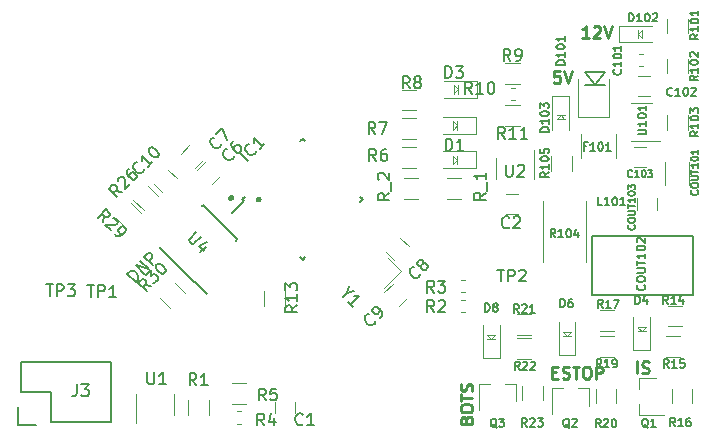
<source format=gbr>
G04 #@! TF.GenerationSoftware,KiCad,Pcbnew,(5.1.10-1-10_14)*
G04 #@! TF.CreationDate,2021-10-01T01:12:16-04:00*
G04 #@! TF.ProjectId,throttle,7468726f-7474-46c6-952e-6b696361645f,rev?*
G04 #@! TF.SameCoordinates,Original*
G04 #@! TF.FileFunction,Legend,Top*
G04 #@! TF.FilePolarity,Positive*
%FSLAX46Y46*%
G04 Gerber Fmt 4.6, Leading zero omitted, Abs format (unit mm)*
G04 Created by KiCad (PCBNEW (5.1.10-1-10_14)) date 2021-10-01 01:12:16*
%MOMM*%
%LPD*%
G01*
G04 APERTURE LIST*
%ADD10C,0.250000*%
%ADD11C,0.150000*%
%ADD12C,0.500000*%
%ADD13C,0.120000*%
%ADD14C,0.200000*%
%ADD15C,0.100000*%
G04 APERTURE END LIST*
D10*
X215304761Y-92403571D02*
X215638095Y-92403571D01*
X215780952Y-92927380D02*
X215304761Y-92927380D01*
X215304761Y-91927380D01*
X215780952Y-91927380D01*
X216161904Y-92879761D02*
X216304761Y-92927380D01*
X216542857Y-92927380D01*
X216638095Y-92879761D01*
X216685714Y-92832142D01*
X216733333Y-92736904D01*
X216733333Y-92641666D01*
X216685714Y-92546428D01*
X216638095Y-92498809D01*
X216542857Y-92451190D01*
X216352380Y-92403571D01*
X216257142Y-92355952D01*
X216209523Y-92308333D01*
X216161904Y-92213095D01*
X216161904Y-92117857D01*
X216209523Y-92022619D01*
X216257142Y-91975000D01*
X216352380Y-91927380D01*
X216590476Y-91927380D01*
X216733333Y-91975000D01*
X217019047Y-91927380D02*
X217590476Y-91927380D01*
X217304761Y-92927380D02*
X217304761Y-91927380D01*
X218114285Y-91927380D02*
X218304761Y-91927380D01*
X218400000Y-91975000D01*
X218495238Y-92070238D01*
X218542857Y-92260714D01*
X218542857Y-92594047D01*
X218495238Y-92784523D01*
X218400000Y-92879761D01*
X218304761Y-92927380D01*
X218114285Y-92927380D01*
X218019047Y-92879761D01*
X217923809Y-92784523D01*
X217876190Y-92594047D01*
X217876190Y-92260714D01*
X217923809Y-92070238D01*
X218019047Y-91975000D01*
X218114285Y-91927380D01*
X218971428Y-92927380D02*
X218971428Y-91927380D01*
X219352380Y-91927380D01*
X219447619Y-91975000D01*
X219495238Y-92022619D01*
X219542857Y-92117857D01*
X219542857Y-92260714D01*
X219495238Y-92355952D01*
X219447619Y-92403571D01*
X219352380Y-92451190D01*
X218971428Y-92451190D01*
X208003571Y-96409523D02*
X208051190Y-96266666D01*
X208098809Y-96219047D01*
X208194047Y-96171428D01*
X208336904Y-96171428D01*
X208432142Y-96219047D01*
X208479761Y-96266666D01*
X208527380Y-96361904D01*
X208527380Y-96742857D01*
X207527380Y-96742857D01*
X207527380Y-96409523D01*
X207575000Y-96314285D01*
X207622619Y-96266666D01*
X207717857Y-96219047D01*
X207813095Y-96219047D01*
X207908333Y-96266666D01*
X207955952Y-96314285D01*
X208003571Y-96409523D01*
X208003571Y-96742857D01*
X207527380Y-95552380D02*
X207527380Y-95361904D01*
X207575000Y-95266666D01*
X207670238Y-95171428D01*
X207860714Y-95123809D01*
X208194047Y-95123809D01*
X208384523Y-95171428D01*
X208479761Y-95266666D01*
X208527380Y-95361904D01*
X208527380Y-95552380D01*
X208479761Y-95647619D01*
X208384523Y-95742857D01*
X208194047Y-95790476D01*
X207860714Y-95790476D01*
X207670238Y-95742857D01*
X207575000Y-95647619D01*
X207527380Y-95552380D01*
X207527380Y-94838095D02*
X207527380Y-94266666D01*
X208527380Y-94552380D02*
X207527380Y-94552380D01*
X208479761Y-93980952D02*
X208527380Y-93838095D01*
X208527380Y-93600000D01*
X208479761Y-93504761D01*
X208432142Y-93457142D01*
X208336904Y-93409523D01*
X208241666Y-93409523D01*
X208146428Y-93457142D01*
X208098809Y-93504761D01*
X208051190Y-93600000D01*
X208003571Y-93790476D01*
X207955952Y-93885714D01*
X207908333Y-93933333D01*
X207813095Y-93980952D01*
X207717857Y-93980952D01*
X207622619Y-93933333D01*
X207575000Y-93885714D01*
X207527380Y-93790476D01*
X207527380Y-93552380D01*
X207575000Y-93409523D01*
X222473809Y-92477380D02*
X222473809Y-91477380D01*
X222902380Y-92429761D02*
X223045238Y-92477380D01*
X223283333Y-92477380D01*
X223378571Y-92429761D01*
X223426190Y-92382142D01*
X223473809Y-92286904D01*
X223473809Y-92191666D01*
X223426190Y-92096428D01*
X223378571Y-92048809D01*
X223283333Y-92001190D01*
X223092857Y-91953571D01*
X222997619Y-91905952D01*
X222950000Y-91858333D01*
X222902380Y-91763095D01*
X222902380Y-91667857D01*
X222950000Y-91572619D01*
X222997619Y-91525000D01*
X223092857Y-91477380D01*
X223330952Y-91477380D01*
X223473809Y-91525000D01*
X218405952Y-64077380D02*
X217834523Y-64077380D01*
X218120238Y-64077380D02*
X218120238Y-63077380D01*
X218025000Y-63220238D01*
X217929761Y-63315476D01*
X217834523Y-63363095D01*
X218786904Y-63172619D02*
X218834523Y-63125000D01*
X218929761Y-63077380D01*
X219167857Y-63077380D01*
X219263095Y-63125000D01*
X219310714Y-63172619D01*
X219358333Y-63267857D01*
X219358333Y-63363095D01*
X219310714Y-63505952D01*
X218739285Y-64077380D01*
X219358333Y-64077380D01*
X219644047Y-63077380D02*
X219977380Y-64077380D01*
X220310714Y-63077380D01*
X215919523Y-66922380D02*
X215443333Y-66922380D01*
X215395714Y-67398571D01*
X215443333Y-67350952D01*
X215538571Y-67303333D01*
X215776666Y-67303333D01*
X215871904Y-67350952D01*
X215919523Y-67398571D01*
X215967142Y-67493809D01*
X215967142Y-67731904D01*
X215919523Y-67827142D01*
X215871904Y-67874761D01*
X215776666Y-67922380D01*
X215538571Y-67922380D01*
X215443333Y-67874761D01*
X215395714Y-67827142D01*
X216252857Y-66922380D02*
X216586190Y-67922380D01*
X216919523Y-66922380D01*
D11*
X180010744Y-84754018D02*
X179303637Y-84046912D01*
X179471996Y-83878553D01*
X179606683Y-83811209D01*
X179741370Y-83811209D01*
X179842385Y-83844881D01*
X180010744Y-83945896D01*
X180111759Y-84046912D01*
X180212774Y-84215270D01*
X180246446Y-84316286D01*
X180246446Y-84450973D01*
X180179103Y-84585660D01*
X180010744Y-84754018D01*
X180717851Y-84046912D02*
X180010744Y-83339805D01*
X181121912Y-83642851D01*
X180414805Y-82935744D01*
X181458629Y-83306133D02*
X180751522Y-82599026D01*
X181020896Y-82329652D01*
X181121912Y-82295981D01*
X181189255Y-82295981D01*
X181290270Y-82329652D01*
X181391286Y-82430668D01*
X181424957Y-82531683D01*
X181424957Y-82599026D01*
X181391286Y-82700042D01*
X181121912Y-82969416D01*
X189182575Y-77909099D02*
X188174948Y-78916726D01*
X194150000Y-72623476D02*
X193920190Y-72853286D01*
X199276524Y-77750000D02*
X199046714Y-77979810D01*
X194150000Y-82876524D02*
X194379810Y-82646714D01*
X189023476Y-77750000D02*
X189253286Y-77520190D01*
X194150000Y-82876524D02*
X193920190Y-82646714D01*
X199276524Y-77750000D02*
X199046714Y-77520190D01*
X194150000Y-72623476D02*
X194379810Y-72853286D01*
X189023476Y-77750000D02*
X189182575Y-77909099D01*
D12*
X188112186Y-77624276D02*
G75*
G03*
X188112186Y-77624276I-50800J0D01*
G01*
X190447054Y-77767961D02*
G75*
G03*
X190447054Y-77767961I-50801J0D01*
G01*
D13*
X191800000Y-94875000D02*
X191800000Y-95875000D01*
X193500000Y-95875000D02*
X193500000Y-94875000D01*
X211318000Y-66216000D02*
X212518000Y-66216000D01*
X212518000Y-67976000D02*
X211318000Y-67976000D01*
X220493000Y-91071000D02*
X219293000Y-91071000D01*
X219293000Y-89311000D02*
X220493000Y-89311000D01*
X226125000Y-91105000D02*
X224925000Y-91105000D01*
X224925000Y-89345000D02*
X226125000Y-89345000D01*
D11*
X218670000Y-85850000D02*
X218670000Y-80850000D01*
X227170000Y-85850000D02*
X218670000Y-85850000D01*
X227170000Y-80850000D02*
X227170000Y-85850000D01*
X218670000Y-80850000D02*
X227170000Y-80850000D01*
D13*
X223225000Y-73350000D02*
X222225000Y-73350000D01*
X222225000Y-75050000D02*
X223225000Y-75050000D01*
X222525000Y-68975000D02*
X223525000Y-68975000D01*
X223525000Y-67275000D02*
X222525000Y-67275000D01*
X222637221Y-66435000D02*
X222962779Y-66435000D01*
X222637221Y-65415000D02*
X222962779Y-65415000D01*
X220655000Y-72225000D02*
X220655000Y-74225000D01*
X217695000Y-74225000D02*
X217695000Y-72225000D01*
X225020000Y-71850000D02*
X225020000Y-70650000D01*
X226780000Y-70650000D02*
X226780000Y-71850000D01*
X226755000Y-65900000D02*
X226755000Y-67100000D01*
X224995000Y-67100000D02*
X224995000Y-65900000D01*
X214530000Y-83100000D02*
X214530000Y-77900000D01*
X218170000Y-77900000D02*
X218170000Y-83100000D01*
X221975000Y-72810000D02*
X224425000Y-72810000D01*
X223775000Y-69590000D02*
X221975000Y-69590000D01*
X226870000Y-76575000D02*
X226870000Y-74575000D01*
X224830000Y-74575000D02*
X224830000Y-76575000D01*
X222425000Y-77675000D02*
X222425000Y-78675000D01*
X224125000Y-78675000D02*
X224125000Y-77675000D01*
D14*
X219775000Y-66975000D02*
X218875000Y-68075000D01*
X218075000Y-66975000D02*
X219775000Y-66975000D01*
X218875000Y-68075000D02*
X218075000Y-66975000D01*
X218075000Y-68075000D02*
X219775000Y-68075000D01*
D13*
X217441500Y-70750000D02*
X220108500Y-70750000D01*
X220108500Y-70750000D02*
X220108500Y-67575000D01*
X217441500Y-70750000D02*
X217441500Y-67575000D01*
D15*
X222575000Y-64100000D02*
X222575000Y-63750000D01*
X222575000Y-63750000D02*
X222575000Y-63400000D01*
X222925000Y-64100000D02*
X222575000Y-63750000D01*
X222925000Y-64050000D02*
X222925000Y-64100000D01*
X222925000Y-64100000D02*
X222925000Y-64050000D01*
X222925000Y-63400000D02*
X222925000Y-64050000D01*
X222875000Y-63450000D02*
X222925000Y-63400000D01*
X222575000Y-63750000D02*
X222875000Y-63450000D01*
D13*
X220975000Y-63050000D02*
X220975000Y-64450000D01*
X220975000Y-64450000D02*
X223775000Y-64450000D01*
X220975000Y-63050000D02*
X223775000Y-63050000D01*
X225020000Y-63650000D02*
X225020000Y-62450000D01*
X226780000Y-62450000D02*
X226780000Y-63650000D01*
X211350000Y-79000000D02*
X212350000Y-79000000D01*
X212350000Y-77300000D02*
X211350000Y-77300000D01*
X185952513Y-74545406D02*
X185245406Y-75252513D01*
X186447487Y-76454594D02*
X187154594Y-75747487D01*
X185022487Y-75104594D02*
X185729594Y-74397487D01*
X184527513Y-73195406D02*
X183820406Y-73902513D01*
X203129594Y-81727513D02*
X202422487Y-81020406D01*
X201220406Y-82222487D02*
X201927513Y-82929594D01*
X201777513Y-84895406D02*
X201070406Y-85602513D01*
X202272487Y-86804594D02*
X202979594Y-86097487D01*
X183479594Y-75952513D02*
X182772487Y-75245406D01*
X181570406Y-76447487D02*
X182277513Y-77154594D01*
X208850000Y-75100000D02*
X206050000Y-75100000D01*
X208850000Y-73700000D02*
X206050000Y-73700000D01*
X208850000Y-75100000D02*
X208850000Y-73700000D01*
D15*
X207250000Y-74400000D02*
X206950000Y-74700000D01*
X206950000Y-74700000D02*
X206900000Y-74750000D01*
X206900000Y-74750000D02*
X206900000Y-74100000D01*
X206900000Y-74050000D02*
X206900000Y-74100000D01*
X206900000Y-74100000D02*
X206900000Y-74050000D01*
X206900000Y-74050000D02*
X207250000Y-74400000D01*
X207250000Y-74400000D02*
X207250000Y-74750000D01*
X207250000Y-74050000D02*
X207250000Y-74400000D01*
D13*
X208850000Y-72200000D02*
X206050000Y-72200000D01*
X208850000Y-70800000D02*
X206050000Y-70800000D01*
X208850000Y-72200000D02*
X208850000Y-70800000D01*
D15*
X207250000Y-71500000D02*
X206950000Y-71800000D01*
X206950000Y-71800000D02*
X206900000Y-71850000D01*
X206900000Y-71850000D02*
X206900000Y-71200000D01*
X206900000Y-71150000D02*
X206900000Y-71200000D01*
X206900000Y-71200000D02*
X206900000Y-71150000D01*
X206900000Y-71150000D02*
X207250000Y-71500000D01*
X207250000Y-71500000D02*
X207250000Y-71850000D01*
X207250000Y-71150000D02*
X207250000Y-71500000D01*
X207300000Y-68100000D02*
X207300000Y-68450000D01*
X207300000Y-68450000D02*
X207300000Y-68800000D01*
X206950000Y-68100000D02*
X207300000Y-68450000D01*
X206950000Y-68150000D02*
X206950000Y-68100000D01*
X206950000Y-68100000D02*
X206950000Y-68150000D01*
X206950000Y-68800000D02*
X206950000Y-68150000D01*
X207000000Y-68750000D02*
X206950000Y-68800000D01*
X207300000Y-68450000D02*
X207000000Y-68750000D01*
D13*
X208900000Y-69150000D02*
X208900000Y-67750000D01*
X208900000Y-67750000D02*
X206100000Y-67750000D01*
X208900000Y-69150000D02*
X206100000Y-69150000D01*
X222159000Y-90536000D02*
X222159000Y-87736000D01*
X223559000Y-90536000D02*
X223559000Y-87736000D01*
X222159000Y-90536000D02*
X223559000Y-90536000D01*
D15*
X222859000Y-88936000D02*
X222559000Y-88636000D01*
X222559000Y-88636000D02*
X222509000Y-88586000D01*
X222509000Y-88586000D02*
X223159000Y-88586000D01*
X223209000Y-88586000D02*
X223159000Y-88586000D01*
X223159000Y-88586000D02*
X223209000Y-88586000D01*
X223209000Y-88586000D02*
X222859000Y-88936000D01*
X222859000Y-88936000D02*
X222509000Y-88936000D01*
X223209000Y-88936000D02*
X222859000Y-88936000D01*
D13*
X215850000Y-90946000D02*
X215850000Y-88146000D01*
X217250000Y-90946000D02*
X217250000Y-88146000D01*
X215850000Y-90946000D02*
X217250000Y-90946000D01*
D15*
X216550000Y-89346000D02*
X216250000Y-89046000D01*
X216250000Y-89046000D02*
X216200000Y-88996000D01*
X216200000Y-88996000D02*
X216850000Y-88996000D01*
X216900000Y-88996000D02*
X216850000Y-88996000D01*
X216850000Y-88996000D02*
X216900000Y-88996000D01*
X216900000Y-88996000D02*
X216550000Y-89346000D01*
X216550000Y-89346000D02*
X216200000Y-89346000D01*
X216900000Y-89346000D02*
X216550000Y-89346000D01*
D13*
X209425000Y-91200000D02*
X209425000Y-88400000D01*
X210825000Y-91200000D02*
X210825000Y-88400000D01*
X209425000Y-91200000D02*
X210825000Y-91200000D01*
D15*
X210125000Y-89600000D02*
X209825000Y-89300000D01*
X209825000Y-89300000D02*
X209775000Y-89250000D01*
X209775000Y-89250000D02*
X210425000Y-89250000D01*
X210475000Y-89250000D02*
X210425000Y-89250000D01*
X210425000Y-89250000D02*
X210475000Y-89250000D01*
X210475000Y-89250000D02*
X210125000Y-89600000D01*
X210125000Y-89600000D02*
X209775000Y-89600000D01*
X210475000Y-89600000D02*
X210125000Y-89600000D01*
D13*
X216700000Y-69045000D02*
X216700000Y-71845000D01*
X215300000Y-69045000D02*
X215300000Y-71845000D01*
X216700000Y-69045000D02*
X215300000Y-69045000D01*
D15*
X216000000Y-70645000D02*
X216300000Y-70945000D01*
X216300000Y-70945000D02*
X216350000Y-70995000D01*
X216350000Y-70995000D02*
X215700000Y-70995000D01*
X215650000Y-70995000D02*
X215700000Y-70995000D01*
X215700000Y-70995000D02*
X215650000Y-70995000D01*
X215650000Y-70995000D02*
X216000000Y-70645000D01*
X216000000Y-70645000D02*
X216350000Y-70645000D01*
X215650000Y-70645000D02*
X216000000Y-70645000D01*
D11*
X172870000Y-96595000D02*
X177950000Y-96595000D01*
X170050000Y-96875000D02*
X170050000Y-95325000D01*
X170330000Y-94055000D02*
X172870000Y-94055000D01*
X172870000Y-94055000D02*
X172870000Y-96595000D01*
X177950000Y-96595000D02*
X177950000Y-91515000D01*
X177950000Y-91515000D02*
X172870000Y-91515000D01*
X170050000Y-96875000D02*
X171600000Y-96875000D01*
X170330000Y-91515000D02*
X170330000Y-94055000D01*
X172870000Y-91515000D02*
X170330000Y-91515000D01*
D13*
X222629000Y-92851000D02*
X222629000Y-93781000D01*
X222629000Y-96011000D02*
X222629000Y-95081000D01*
X222629000Y-96011000D02*
X224789000Y-96011000D01*
X222629000Y-92851000D02*
X224089000Y-92851000D01*
X218423000Y-93756000D02*
X217493000Y-93756000D01*
X215263000Y-93756000D02*
X216193000Y-93756000D01*
X215263000Y-93756000D02*
X215263000Y-95916000D01*
X218423000Y-93756000D02*
X218423000Y-95216000D01*
X212219000Y-93401000D02*
X211289000Y-93401000D01*
X209059000Y-93401000D02*
X209989000Y-93401000D01*
X209059000Y-93401000D02*
X209059000Y-95561000D01*
X212219000Y-93401000D02*
X212219000Y-94861000D01*
X184445000Y-95975000D02*
X184445000Y-94775000D01*
X186205000Y-94775000D02*
X186205000Y-95975000D01*
X207537221Y-86290000D02*
X207862779Y-86290000D01*
X207537221Y-87310000D02*
X207862779Y-87310000D01*
X207862779Y-84590000D02*
X207537221Y-84590000D01*
X207862779Y-85610000D02*
X207537221Y-85610000D01*
X188599721Y-95715000D02*
X188925279Y-95715000D01*
X188599721Y-96735000D02*
X188925279Y-96735000D01*
X189350000Y-95105000D02*
X188150000Y-95105000D01*
X188150000Y-93345000D02*
X189350000Y-93345000D01*
X203784000Y-75076000D02*
X202584000Y-75076000D01*
X202584000Y-73316000D02*
X203784000Y-73316000D01*
X202550000Y-70895000D02*
X203750000Y-70895000D01*
X203750000Y-72655000D02*
X202550000Y-72655000D01*
X203750000Y-70230000D02*
X202550000Y-70230000D01*
X202550000Y-68470000D02*
X203750000Y-68470000D01*
X212106279Y-68364000D02*
X211780721Y-68364000D01*
X212106279Y-69384000D02*
X211780721Y-69384000D01*
X211318000Y-69772000D02*
X212518000Y-69772000D01*
X212518000Y-71532000D02*
X211318000Y-71532000D01*
X225064000Y-86751000D02*
X226264000Y-86751000D01*
X226264000Y-88511000D02*
X225064000Y-88511000D01*
X227155000Y-93831000D02*
X227155000Y-95031000D01*
X225395000Y-95031000D02*
X225395000Y-93831000D01*
X220493000Y-88921000D02*
X219293000Y-88921000D01*
X219293000Y-87161000D02*
X220493000Y-87161000D01*
X220723000Y-93791000D02*
X220723000Y-94991000D01*
X218963000Y-94991000D02*
X218963000Y-93791000D01*
X212275000Y-87470000D02*
X213475000Y-87470000D01*
X213475000Y-89230000D02*
X212275000Y-89230000D01*
X212264000Y-89481000D02*
X213464000Y-89481000D01*
X213464000Y-91241000D02*
X212264000Y-91241000D01*
X212709000Y-94736000D02*
X212709000Y-93536000D01*
X214469000Y-93536000D02*
X214469000Y-94736000D01*
X181076239Y-76606731D02*
X181924767Y-77455259D01*
X180680259Y-78699767D02*
X179831731Y-77851239D01*
X216930000Y-74120000D02*
X216930000Y-75320000D01*
X215170000Y-75320000D02*
X215170000Y-74120000D01*
X179202010Y-80146518D02*
X178353482Y-79297990D01*
X179597990Y-78053482D02*
X180446518Y-78902010D01*
X183347990Y-84828482D02*
X184196518Y-85677010D01*
X182952010Y-86921518D02*
X182103482Y-86072990D01*
X206375000Y-75970000D02*
X207575000Y-75970000D01*
X207575000Y-77730000D02*
X206375000Y-77730000D01*
X203900000Y-77730000D02*
X202700000Y-77730000D01*
X202700000Y-75970000D02*
X203900000Y-75970000D01*
X183293000Y-96040000D02*
X183293000Y-94240000D01*
X180073000Y-94240000D02*
X180073000Y-96690000D01*
X210496000Y-74240000D02*
X210496000Y-76040000D01*
X213716000Y-76040000D02*
X213716000Y-73590000D01*
D11*
X184996447Y-84788047D02*
X185031802Y-84752691D01*
X182061953Y-81853553D02*
X182164484Y-81751023D01*
X185703553Y-78211953D02*
X185601023Y-78314484D01*
X188638047Y-81146447D02*
X188535516Y-81248977D01*
X184996447Y-84788047D02*
X182061953Y-81853553D01*
X188638047Y-81146447D02*
X185703553Y-78211953D01*
X185031802Y-84752691D02*
X186021751Y-85742641D01*
D15*
X202495584Y-83842157D02*
X201081371Y-85256371D01*
X202495584Y-83842157D02*
X201364214Y-82710786D01*
D13*
X192630000Y-85550000D02*
X192630000Y-86750000D01*
X190870000Y-86750000D02*
X190870000Y-85550000D01*
D11*
X189501614Y-74482156D02*
X188794507Y-73775049D01*
X190175049Y-73674034D02*
X190175049Y-73741378D01*
X190107706Y-73876065D01*
X190040362Y-73943408D01*
X189905675Y-74010752D01*
X189770988Y-74010752D01*
X189669973Y-73977080D01*
X189501614Y-73876065D01*
X189400599Y-73775049D01*
X189299584Y-73606691D01*
X189265912Y-73505675D01*
X189265912Y-73370988D01*
X189333255Y-73236301D01*
X189400599Y-73168958D01*
X189535286Y-73101614D01*
X189602629Y-73101614D01*
X190915828Y-73067942D02*
X190511767Y-73472004D01*
X190713797Y-73269973D02*
X190006691Y-72562866D01*
X190040362Y-72731225D01*
X190040362Y-72865912D01*
X190006691Y-72966927D01*
X194158333Y-96782142D02*
X194110714Y-96829761D01*
X193967857Y-96877380D01*
X193872619Y-96877380D01*
X193729761Y-96829761D01*
X193634523Y-96734523D01*
X193586904Y-96639285D01*
X193539285Y-96448809D01*
X193539285Y-96305952D01*
X193586904Y-96115476D01*
X193634523Y-96020238D01*
X193729761Y-95925000D01*
X193872619Y-95877380D01*
X193967857Y-95877380D01*
X194110714Y-95925000D01*
X194158333Y-95972619D01*
X195110714Y-96877380D02*
X194539285Y-96877380D01*
X194825000Y-96877380D02*
X194825000Y-95877380D01*
X194729761Y-96020238D01*
X194634523Y-96115476D01*
X194539285Y-96163095D01*
X211751333Y-66024380D02*
X211418000Y-65548190D01*
X211179904Y-66024380D02*
X211179904Y-65024380D01*
X211560857Y-65024380D01*
X211656095Y-65072000D01*
X211703714Y-65119619D01*
X211751333Y-65214857D01*
X211751333Y-65357714D01*
X211703714Y-65452952D01*
X211656095Y-65500571D01*
X211560857Y-65548190D01*
X211179904Y-65548190D01*
X212227523Y-66024380D02*
X212418000Y-66024380D01*
X212513238Y-65976761D01*
X212560857Y-65929142D01*
X212656095Y-65786285D01*
X212703714Y-65595809D01*
X212703714Y-65214857D01*
X212656095Y-65119619D01*
X212608476Y-65072000D01*
X212513238Y-65024380D01*
X212322761Y-65024380D01*
X212227523Y-65072000D01*
X212179904Y-65119619D01*
X212132285Y-65214857D01*
X212132285Y-65452952D01*
X212179904Y-65548190D01*
X212227523Y-65595809D01*
X212322761Y-65643428D01*
X212513238Y-65643428D01*
X212608476Y-65595809D01*
X212656095Y-65548190D01*
X212703714Y-65452952D01*
X219450000Y-91991666D02*
X219216666Y-91658333D01*
X219050000Y-91991666D02*
X219050000Y-91291666D01*
X219316666Y-91291666D01*
X219383333Y-91325000D01*
X219416666Y-91358333D01*
X219450000Y-91425000D01*
X219450000Y-91525000D01*
X219416666Y-91591666D01*
X219383333Y-91625000D01*
X219316666Y-91658333D01*
X219050000Y-91658333D01*
X220116666Y-91991666D02*
X219716666Y-91991666D01*
X219916666Y-91991666D02*
X219916666Y-91291666D01*
X219850000Y-91391666D01*
X219783333Y-91458333D01*
X219716666Y-91491666D01*
X220450000Y-91991666D02*
X220583333Y-91991666D01*
X220650000Y-91958333D01*
X220683333Y-91925000D01*
X220750000Y-91825000D01*
X220783333Y-91691666D01*
X220783333Y-91425000D01*
X220750000Y-91358333D01*
X220716666Y-91325000D01*
X220650000Y-91291666D01*
X220516666Y-91291666D01*
X220450000Y-91325000D01*
X220416666Y-91358333D01*
X220383333Y-91425000D01*
X220383333Y-91591666D01*
X220416666Y-91658333D01*
X220450000Y-91691666D01*
X220516666Y-91725000D01*
X220650000Y-91725000D01*
X220716666Y-91691666D01*
X220750000Y-91658333D01*
X220783333Y-91591666D01*
X225161000Y-92010666D02*
X224927666Y-91677333D01*
X224761000Y-92010666D02*
X224761000Y-91310666D01*
X225027666Y-91310666D01*
X225094333Y-91344000D01*
X225127666Y-91377333D01*
X225161000Y-91444000D01*
X225161000Y-91544000D01*
X225127666Y-91610666D01*
X225094333Y-91644000D01*
X225027666Y-91677333D01*
X224761000Y-91677333D01*
X225827666Y-92010666D02*
X225427666Y-92010666D01*
X225627666Y-92010666D02*
X225627666Y-91310666D01*
X225561000Y-91410666D01*
X225494333Y-91477333D01*
X225427666Y-91510666D01*
X226461000Y-91310666D02*
X226127666Y-91310666D01*
X226094333Y-91644000D01*
X226127666Y-91610666D01*
X226194333Y-91577333D01*
X226361000Y-91577333D01*
X226427666Y-91610666D01*
X226461000Y-91644000D01*
X226494333Y-91710666D01*
X226494333Y-91877333D01*
X226461000Y-91944000D01*
X226427666Y-91977333D01*
X226361000Y-92010666D01*
X226194333Y-92010666D01*
X226127666Y-91977333D01*
X226094333Y-91944000D01*
X223070000Y-85008333D02*
X223103333Y-85041666D01*
X223136666Y-85141666D01*
X223136666Y-85208333D01*
X223103333Y-85308333D01*
X223036666Y-85375000D01*
X222970000Y-85408333D01*
X222836666Y-85441666D01*
X222736666Y-85441666D01*
X222603333Y-85408333D01*
X222536666Y-85375000D01*
X222470000Y-85308333D01*
X222436666Y-85208333D01*
X222436666Y-85141666D01*
X222470000Y-85041666D01*
X222503333Y-85008333D01*
X222436666Y-84575000D02*
X222436666Y-84441666D01*
X222470000Y-84375000D01*
X222536666Y-84308333D01*
X222670000Y-84275000D01*
X222903333Y-84275000D01*
X223036666Y-84308333D01*
X223103333Y-84375000D01*
X223136666Y-84441666D01*
X223136666Y-84575000D01*
X223103333Y-84641666D01*
X223036666Y-84708333D01*
X222903333Y-84741666D01*
X222670000Y-84741666D01*
X222536666Y-84708333D01*
X222470000Y-84641666D01*
X222436666Y-84575000D01*
X222436666Y-83975000D02*
X223003333Y-83975000D01*
X223070000Y-83941666D01*
X223103333Y-83908333D01*
X223136666Y-83841666D01*
X223136666Y-83708333D01*
X223103333Y-83641666D01*
X223070000Y-83608333D01*
X223003333Y-83575000D01*
X222436666Y-83575000D01*
X222436666Y-83341666D02*
X222436666Y-82941666D01*
X223136666Y-83141666D02*
X222436666Y-83141666D01*
X223136666Y-82341666D02*
X223136666Y-82741666D01*
X223136666Y-82541666D02*
X222436666Y-82541666D01*
X222536666Y-82608333D01*
X222603333Y-82675000D01*
X222636666Y-82741666D01*
X222436666Y-81908333D02*
X222436666Y-81841666D01*
X222470000Y-81775000D01*
X222503333Y-81741666D01*
X222570000Y-81708333D01*
X222703333Y-81675000D01*
X222870000Y-81675000D01*
X223003333Y-81708333D01*
X223070000Y-81741666D01*
X223103333Y-81775000D01*
X223136666Y-81841666D01*
X223136666Y-81908333D01*
X223103333Y-81975000D01*
X223070000Y-82008333D01*
X223003333Y-82041666D01*
X222870000Y-82075000D01*
X222703333Y-82075000D01*
X222570000Y-82041666D01*
X222503333Y-82008333D01*
X222470000Y-81975000D01*
X222436666Y-81908333D01*
X222503333Y-81408333D02*
X222470000Y-81375000D01*
X222436666Y-81308333D01*
X222436666Y-81141666D01*
X222470000Y-81075000D01*
X222503333Y-81041666D01*
X222570000Y-81008333D01*
X222636666Y-81008333D01*
X222736666Y-81041666D01*
X223136666Y-81441666D01*
X223136666Y-81008333D01*
X222053571Y-75814285D02*
X222025000Y-75842857D01*
X221939285Y-75871428D01*
X221882142Y-75871428D01*
X221796428Y-75842857D01*
X221739285Y-75785714D01*
X221710714Y-75728571D01*
X221682142Y-75614285D01*
X221682142Y-75528571D01*
X221710714Y-75414285D01*
X221739285Y-75357142D01*
X221796428Y-75300000D01*
X221882142Y-75271428D01*
X221939285Y-75271428D01*
X222025000Y-75300000D01*
X222053571Y-75328571D01*
X222625000Y-75871428D02*
X222282142Y-75871428D01*
X222453571Y-75871428D02*
X222453571Y-75271428D01*
X222396428Y-75357142D01*
X222339285Y-75414285D01*
X222282142Y-75442857D01*
X222996428Y-75271428D02*
X223053571Y-75271428D01*
X223110714Y-75300000D01*
X223139285Y-75328571D01*
X223167857Y-75385714D01*
X223196428Y-75500000D01*
X223196428Y-75642857D01*
X223167857Y-75757142D01*
X223139285Y-75814285D01*
X223110714Y-75842857D01*
X223053571Y-75871428D01*
X222996428Y-75871428D01*
X222939285Y-75842857D01*
X222910714Y-75814285D01*
X222882142Y-75757142D01*
X222853571Y-75642857D01*
X222853571Y-75500000D01*
X222882142Y-75385714D01*
X222910714Y-75328571D01*
X222939285Y-75300000D01*
X222996428Y-75271428D01*
X223396428Y-75271428D02*
X223767857Y-75271428D01*
X223567857Y-75500000D01*
X223653571Y-75500000D01*
X223710714Y-75528571D01*
X223739285Y-75557142D01*
X223767857Y-75614285D01*
X223767857Y-75757142D01*
X223739285Y-75814285D01*
X223710714Y-75842857D01*
X223653571Y-75871428D01*
X223482142Y-75871428D01*
X223425000Y-75842857D01*
X223396428Y-75814285D01*
X225441666Y-68925000D02*
X225408333Y-68958333D01*
X225308333Y-68991666D01*
X225241666Y-68991666D01*
X225141666Y-68958333D01*
X225075000Y-68891666D01*
X225041666Y-68825000D01*
X225008333Y-68691666D01*
X225008333Y-68591666D01*
X225041666Y-68458333D01*
X225075000Y-68391666D01*
X225141666Y-68325000D01*
X225241666Y-68291666D01*
X225308333Y-68291666D01*
X225408333Y-68325000D01*
X225441666Y-68358333D01*
X226108333Y-68991666D02*
X225708333Y-68991666D01*
X225908333Y-68991666D02*
X225908333Y-68291666D01*
X225841666Y-68391666D01*
X225775000Y-68458333D01*
X225708333Y-68491666D01*
X226541666Y-68291666D02*
X226608333Y-68291666D01*
X226675000Y-68325000D01*
X226708333Y-68358333D01*
X226741666Y-68425000D01*
X226775000Y-68558333D01*
X226775000Y-68725000D01*
X226741666Y-68858333D01*
X226708333Y-68925000D01*
X226675000Y-68958333D01*
X226608333Y-68991666D01*
X226541666Y-68991666D01*
X226475000Y-68958333D01*
X226441666Y-68925000D01*
X226408333Y-68858333D01*
X226375000Y-68725000D01*
X226375000Y-68558333D01*
X226408333Y-68425000D01*
X226441666Y-68358333D01*
X226475000Y-68325000D01*
X226541666Y-68291666D01*
X227041666Y-68358333D02*
X227075000Y-68325000D01*
X227141666Y-68291666D01*
X227308333Y-68291666D01*
X227375000Y-68325000D01*
X227408333Y-68358333D01*
X227441666Y-68425000D01*
X227441666Y-68491666D01*
X227408333Y-68591666D01*
X227008333Y-68991666D01*
X227441666Y-68991666D01*
X221075000Y-66758333D02*
X221108333Y-66791666D01*
X221141666Y-66891666D01*
X221141666Y-66958333D01*
X221108333Y-67058333D01*
X221041666Y-67125000D01*
X220975000Y-67158333D01*
X220841666Y-67191666D01*
X220741666Y-67191666D01*
X220608333Y-67158333D01*
X220541666Y-67125000D01*
X220475000Y-67058333D01*
X220441666Y-66958333D01*
X220441666Y-66891666D01*
X220475000Y-66791666D01*
X220508333Y-66758333D01*
X221141666Y-66091666D02*
X221141666Y-66491666D01*
X221141666Y-66291666D02*
X220441666Y-66291666D01*
X220541666Y-66358333D01*
X220608333Y-66425000D01*
X220641666Y-66491666D01*
X220441666Y-65658333D02*
X220441666Y-65591666D01*
X220475000Y-65525000D01*
X220508333Y-65491666D01*
X220575000Y-65458333D01*
X220708333Y-65425000D01*
X220875000Y-65425000D01*
X221008333Y-65458333D01*
X221075000Y-65491666D01*
X221108333Y-65525000D01*
X221141666Y-65591666D01*
X221141666Y-65658333D01*
X221108333Y-65725000D01*
X221075000Y-65758333D01*
X221008333Y-65791666D01*
X220875000Y-65825000D01*
X220708333Y-65825000D01*
X220575000Y-65791666D01*
X220508333Y-65758333D01*
X220475000Y-65725000D01*
X220441666Y-65658333D01*
X221141666Y-64758333D02*
X221141666Y-65158333D01*
X221141666Y-64958333D02*
X220441666Y-64958333D01*
X220541666Y-65025000D01*
X220608333Y-65091666D01*
X220641666Y-65158333D01*
X218175000Y-73275000D02*
X217941666Y-73275000D01*
X217941666Y-73641666D02*
X217941666Y-72941666D01*
X218275000Y-72941666D01*
X218908333Y-73641666D02*
X218508333Y-73641666D01*
X218708333Y-73641666D02*
X218708333Y-72941666D01*
X218641666Y-73041666D01*
X218575000Y-73108333D01*
X218508333Y-73141666D01*
X219341666Y-72941666D02*
X219408333Y-72941666D01*
X219475000Y-72975000D01*
X219508333Y-73008333D01*
X219541666Y-73075000D01*
X219575000Y-73208333D01*
X219575000Y-73375000D01*
X219541666Y-73508333D01*
X219508333Y-73575000D01*
X219475000Y-73608333D01*
X219408333Y-73641666D01*
X219341666Y-73641666D01*
X219275000Y-73608333D01*
X219241666Y-73575000D01*
X219208333Y-73508333D01*
X219175000Y-73375000D01*
X219175000Y-73208333D01*
X219208333Y-73075000D01*
X219241666Y-73008333D01*
X219275000Y-72975000D01*
X219341666Y-72941666D01*
X220241666Y-73641666D02*
X219841666Y-73641666D01*
X220041666Y-73641666D02*
X220041666Y-72941666D01*
X219975000Y-73041666D01*
X219908333Y-73108333D01*
X219841666Y-73141666D01*
X219516666Y-78266666D02*
X219183333Y-78266666D01*
X219183333Y-77566666D01*
X220116666Y-78266666D02*
X219716666Y-78266666D01*
X219916666Y-78266666D02*
X219916666Y-77566666D01*
X219850000Y-77666666D01*
X219783333Y-77733333D01*
X219716666Y-77766666D01*
X220550000Y-77566666D02*
X220616666Y-77566666D01*
X220683333Y-77600000D01*
X220716666Y-77633333D01*
X220750000Y-77700000D01*
X220783333Y-77833333D01*
X220783333Y-78000000D01*
X220750000Y-78133333D01*
X220716666Y-78200000D01*
X220683333Y-78233333D01*
X220616666Y-78266666D01*
X220550000Y-78266666D01*
X220483333Y-78233333D01*
X220450000Y-78200000D01*
X220416666Y-78133333D01*
X220383333Y-78000000D01*
X220383333Y-77833333D01*
X220416666Y-77700000D01*
X220450000Y-77633333D01*
X220483333Y-77600000D01*
X220550000Y-77566666D01*
X221450000Y-78266666D02*
X221050000Y-78266666D01*
X221250000Y-78266666D02*
X221250000Y-77566666D01*
X221183333Y-77666666D01*
X221116666Y-77733333D01*
X221050000Y-77766666D01*
X227666666Y-72008333D02*
X227333333Y-72241666D01*
X227666666Y-72408333D02*
X226966666Y-72408333D01*
X226966666Y-72141666D01*
X227000000Y-72075000D01*
X227033333Y-72041666D01*
X227100000Y-72008333D01*
X227200000Y-72008333D01*
X227266666Y-72041666D01*
X227300000Y-72075000D01*
X227333333Y-72141666D01*
X227333333Y-72408333D01*
X227666666Y-71341666D02*
X227666666Y-71741666D01*
X227666666Y-71541666D02*
X226966666Y-71541666D01*
X227066666Y-71608333D01*
X227133333Y-71675000D01*
X227166666Y-71741666D01*
X226966666Y-70908333D02*
X226966666Y-70841666D01*
X227000000Y-70775000D01*
X227033333Y-70741666D01*
X227100000Y-70708333D01*
X227233333Y-70675000D01*
X227400000Y-70675000D01*
X227533333Y-70708333D01*
X227600000Y-70741666D01*
X227633333Y-70775000D01*
X227666666Y-70841666D01*
X227666666Y-70908333D01*
X227633333Y-70975000D01*
X227600000Y-71008333D01*
X227533333Y-71041666D01*
X227400000Y-71075000D01*
X227233333Y-71075000D01*
X227100000Y-71041666D01*
X227033333Y-71008333D01*
X227000000Y-70975000D01*
X226966666Y-70908333D01*
X226966666Y-70441666D02*
X226966666Y-70008333D01*
X227233333Y-70241666D01*
X227233333Y-70141666D01*
X227266666Y-70075000D01*
X227300000Y-70041666D01*
X227366666Y-70008333D01*
X227533333Y-70008333D01*
X227600000Y-70041666D01*
X227633333Y-70075000D01*
X227666666Y-70141666D01*
X227666666Y-70341666D01*
X227633333Y-70408333D01*
X227600000Y-70441666D01*
X227641666Y-67283333D02*
X227308333Y-67516666D01*
X227641666Y-67683333D02*
X226941666Y-67683333D01*
X226941666Y-67416666D01*
X226975000Y-67350000D01*
X227008333Y-67316666D01*
X227075000Y-67283333D01*
X227175000Y-67283333D01*
X227241666Y-67316666D01*
X227275000Y-67350000D01*
X227308333Y-67416666D01*
X227308333Y-67683333D01*
X227641666Y-66616666D02*
X227641666Y-67016666D01*
X227641666Y-66816666D02*
X226941666Y-66816666D01*
X227041666Y-66883333D01*
X227108333Y-66950000D01*
X227141666Y-67016666D01*
X226941666Y-66183333D02*
X226941666Y-66116666D01*
X226975000Y-66050000D01*
X227008333Y-66016666D01*
X227075000Y-65983333D01*
X227208333Y-65950000D01*
X227375000Y-65950000D01*
X227508333Y-65983333D01*
X227575000Y-66016666D01*
X227608333Y-66050000D01*
X227641666Y-66116666D01*
X227641666Y-66183333D01*
X227608333Y-66250000D01*
X227575000Y-66283333D01*
X227508333Y-66316666D01*
X227375000Y-66350000D01*
X227208333Y-66350000D01*
X227075000Y-66316666D01*
X227008333Y-66283333D01*
X226975000Y-66250000D01*
X226941666Y-66183333D01*
X227008333Y-65683333D02*
X226975000Y-65650000D01*
X226941666Y-65583333D01*
X226941666Y-65416666D01*
X226975000Y-65350000D01*
X227008333Y-65316666D01*
X227075000Y-65283333D01*
X227141666Y-65283333D01*
X227241666Y-65316666D01*
X227641666Y-65716666D01*
X227641666Y-65283333D01*
X215541666Y-80966666D02*
X215308333Y-80633333D01*
X215141666Y-80966666D02*
X215141666Y-80266666D01*
X215408333Y-80266666D01*
X215475000Y-80300000D01*
X215508333Y-80333333D01*
X215541666Y-80400000D01*
X215541666Y-80500000D01*
X215508333Y-80566666D01*
X215475000Y-80600000D01*
X215408333Y-80633333D01*
X215141666Y-80633333D01*
X216208333Y-80966666D02*
X215808333Y-80966666D01*
X216008333Y-80966666D02*
X216008333Y-80266666D01*
X215941666Y-80366666D01*
X215875000Y-80433333D01*
X215808333Y-80466666D01*
X216641666Y-80266666D02*
X216708333Y-80266666D01*
X216775000Y-80300000D01*
X216808333Y-80333333D01*
X216841666Y-80400000D01*
X216875000Y-80533333D01*
X216875000Y-80700000D01*
X216841666Y-80833333D01*
X216808333Y-80900000D01*
X216775000Y-80933333D01*
X216708333Y-80966666D01*
X216641666Y-80966666D01*
X216575000Y-80933333D01*
X216541666Y-80900000D01*
X216508333Y-80833333D01*
X216475000Y-80700000D01*
X216475000Y-80533333D01*
X216508333Y-80400000D01*
X216541666Y-80333333D01*
X216575000Y-80300000D01*
X216641666Y-80266666D01*
X217475000Y-80500000D02*
X217475000Y-80966666D01*
X217308333Y-80233333D02*
X217141666Y-80733333D01*
X217575000Y-80733333D01*
X222516666Y-72250000D02*
X223083333Y-72250000D01*
X223150000Y-72216666D01*
X223183333Y-72183333D01*
X223216666Y-72116666D01*
X223216666Y-71983333D01*
X223183333Y-71916666D01*
X223150000Y-71883333D01*
X223083333Y-71850000D01*
X222516666Y-71850000D01*
X223216666Y-71150000D02*
X223216666Y-71550000D01*
X223216666Y-71350000D02*
X222516666Y-71350000D01*
X222616666Y-71416666D01*
X222683333Y-71483333D01*
X222716666Y-71550000D01*
X222516666Y-70716666D02*
X222516666Y-70650000D01*
X222550000Y-70583333D01*
X222583333Y-70550000D01*
X222650000Y-70516666D01*
X222783333Y-70483333D01*
X222950000Y-70483333D01*
X223083333Y-70516666D01*
X223150000Y-70550000D01*
X223183333Y-70583333D01*
X223216666Y-70650000D01*
X223216666Y-70716666D01*
X223183333Y-70783333D01*
X223150000Y-70816666D01*
X223083333Y-70850000D01*
X222950000Y-70883333D01*
X222783333Y-70883333D01*
X222650000Y-70850000D01*
X222583333Y-70816666D01*
X222550000Y-70783333D01*
X222516666Y-70716666D01*
X223216666Y-69816666D02*
X223216666Y-70216666D01*
X223216666Y-70016666D02*
X222516666Y-70016666D01*
X222616666Y-70083333D01*
X222683333Y-70150000D01*
X222716666Y-70216666D01*
X227564285Y-77003571D02*
X227592857Y-77032142D01*
X227621428Y-77117857D01*
X227621428Y-77175000D01*
X227592857Y-77260714D01*
X227535714Y-77317857D01*
X227478571Y-77346428D01*
X227364285Y-77375000D01*
X227278571Y-77375000D01*
X227164285Y-77346428D01*
X227107142Y-77317857D01*
X227050000Y-77260714D01*
X227021428Y-77175000D01*
X227021428Y-77117857D01*
X227050000Y-77032142D01*
X227078571Y-77003571D01*
X227021428Y-76632142D02*
X227021428Y-76517857D01*
X227050000Y-76460714D01*
X227107142Y-76403571D01*
X227221428Y-76375000D01*
X227421428Y-76375000D01*
X227535714Y-76403571D01*
X227592857Y-76460714D01*
X227621428Y-76517857D01*
X227621428Y-76632142D01*
X227592857Y-76689285D01*
X227535714Y-76746428D01*
X227421428Y-76775000D01*
X227221428Y-76775000D01*
X227107142Y-76746428D01*
X227050000Y-76689285D01*
X227021428Y-76632142D01*
X227021428Y-76117857D02*
X227507142Y-76117857D01*
X227564285Y-76089285D01*
X227592857Y-76060714D01*
X227621428Y-76003571D01*
X227621428Y-75889285D01*
X227592857Y-75832142D01*
X227564285Y-75803571D01*
X227507142Y-75775000D01*
X227021428Y-75775000D01*
X227021428Y-75575000D02*
X227021428Y-75232142D01*
X227621428Y-75403571D02*
X227021428Y-75403571D01*
X227621428Y-74717857D02*
X227621428Y-75060714D01*
X227621428Y-74889285D02*
X227021428Y-74889285D01*
X227107142Y-74946428D01*
X227164285Y-75003571D01*
X227192857Y-75060714D01*
X227021428Y-74346428D02*
X227021428Y-74289285D01*
X227050000Y-74232142D01*
X227078571Y-74203571D01*
X227135714Y-74175000D01*
X227250000Y-74146428D01*
X227392857Y-74146428D01*
X227507142Y-74175000D01*
X227564285Y-74203571D01*
X227592857Y-74232142D01*
X227621428Y-74289285D01*
X227621428Y-74346428D01*
X227592857Y-74403571D01*
X227564285Y-74432142D01*
X227507142Y-74460714D01*
X227392857Y-74489285D01*
X227250000Y-74489285D01*
X227135714Y-74460714D01*
X227078571Y-74432142D01*
X227050000Y-74403571D01*
X227021428Y-74346428D01*
X227621428Y-73575000D02*
X227621428Y-73917857D01*
X227621428Y-73746428D02*
X227021428Y-73746428D01*
X227107142Y-73803571D01*
X227164285Y-73860714D01*
X227192857Y-73917857D01*
X222239285Y-79944571D02*
X222267857Y-79973142D01*
X222296428Y-80058857D01*
X222296428Y-80116000D01*
X222267857Y-80201714D01*
X222210714Y-80258857D01*
X222153571Y-80287428D01*
X222039285Y-80316000D01*
X221953571Y-80316000D01*
X221839285Y-80287428D01*
X221782142Y-80258857D01*
X221725000Y-80201714D01*
X221696428Y-80116000D01*
X221696428Y-80058857D01*
X221725000Y-79973142D01*
X221753571Y-79944571D01*
X221696428Y-79573142D02*
X221696428Y-79458857D01*
X221725000Y-79401714D01*
X221782142Y-79344571D01*
X221896428Y-79316000D01*
X222096428Y-79316000D01*
X222210714Y-79344571D01*
X222267857Y-79401714D01*
X222296428Y-79458857D01*
X222296428Y-79573142D01*
X222267857Y-79630285D01*
X222210714Y-79687428D01*
X222096428Y-79716000D01*
X221896428Y-79716000D01*
X221782142Y-79687428D01*
X221725000Y-79630285D01*
X221696428Y-79573142D01*
X221696428Y-79058857D02*
X222182142Y-79058857D01*
X222239285Y-79030285D01*
X222267857Y-79001714D01*
X222296428Y-78944571D01*
X222296428Y-78830285D01*
X222267857Y-78773142D01*
X222239285Y-78744571D01*
X222182142Y-78716000D01*
X221696428Y-78716000D01*
X221696428Y-78516000D02*
X221696428Y-78173142D01*
X222296428Y-78344571D02*
X221696428Y-78344571D01*
X222296428Y-77658857D02*
X222296428Y-78001714D01*
X222296428Y-77830285D02*
X221696428Y-77830285D01*
X221782142Y-77887428D01*
X221839285Y-77944571D01*
X221867857Y-78001714D01*
X221696428Y-77287428D02*
X221696428Y-77230285D01*
X221725000Y-77173142D01*
X221753571Y-77144571D01*
X221810714Y-77116000D01*
X221925000Y-77087428D01*
X222067857Y-77087428D01*
X222182142Y-77116000D01*
X222239285Y-77144571D01*
X222267857Y-77173142D01*
X222296428Y-77230285D01*
X222296428Y-77287428D01*
X222267857Y-77344571D01*
X222239285Y-77373142D01*
X222182142Y-77401714D01*
X222067857Y-77430285D01*
X221925000Y-77430285D01*
X221810714Y-77401714D01*
X221753571Y-77373142D01*
X221725000Y-77344571D01*
X221696428Y-77287428D01*
X221696428Y-76887428D02*
X221696428Y-76516000D01*
X221925000Y-76716000D01*
X221925000Y-76630285D01*
X221953571Y-76573142D01*
X221982142Y-76544571D01*
X222039285Y-76516000D01*
X222182142Y-76516000D01*
X222239285Y-76544571D01*
X222267857Y-76573142D01*
X222296428Y-76630285D01*
X222296428Y-76801714D01*
X222267857Y-76858857D01*
X222239285Y-76887428D01*
X216346666Y-66363333D02*
X215646666Y-66363333D01*
X215646666Y-66196666D01*
X215680000Y-66096666D01*
X215746666Y-66030000D01*
X215813333Y-65996666D01*
X215946666Y-65963333D01*
X216046666Y-65963333D01*
X216180000Y-65996666D01*
X216246666Y-66030000D01*
X216313333Y-66096666D01*
X216346666Y-66196666D01*
X216346666Y-66363333D01*
X216346666Y-65296666D02*
X216346666Y-65696666D01*
X216346666Y-65496666D02*
X215646666Y-65496666D01*
X215746666Y-65563333D01*
X215813333Y-65630000D01*
X215846666Y-65696666D01*
X215646666Y-64863333D02*
X215646666Y-64796666D01*
X215680000Y-64730000D01*
X215713333Y-64696666D01*
X215780000Y-64663333D01*
X215913333Y-64630000D01*
X216080000Y-64630000D01*
X216213333Y-64663333D01*
X216280000Y-64696666D01*
X216313333Y-64730000D01*
X216346666Y-64796666D01*
X216346666Y-64863333D01*
X216313333Y-64930000D01*
X216280000Y-64963333D01*
X216213333Y-64996666D01*
X216080000Y-65030000D01*
X215913333Y-65030000D01*
X215780000Y-64996666D01*
X215713333Y-64963333D01*
X215680000Y-64930000D01*
X215646666Y-64863333D01*
X216346666Y-63963333D02*
X216346666Y-64363333D01*
X216346666Y-64163333D02*
X215646666Y-64163333D01*
X215746666Y-64230000D01*
X215813333Y-64296666D01*
X215846666Y-64363333D01*
X221791666Y-62691666D02*
X221791666Y-61991666D01*
X221958333Y-61991666D01*
X222058333Y-62025000D01*
X222125000Y-62091666D01*
X222158333Y-62158333D01*
X222191666Y-62291666D01*
X222191666Y-62391666D01*
X222158333Y-62525000D01*
X222125000Y-62591666D01*
X222058333Y-62658333D01*
X221958333Y-62691666D01*
X221791666Y-62691666D01*
X222858333Y-62691666D02*
X222458333Y-62691666D01*
X222658333Y-62691666D02*
X222658333Y-61991666D01*
X222591666Y-62091666D01*
X222525000Y-62158333D01*
X222458333Y-62191666D01*
X223291666Y-61991666D02*
X223358333Y-61991666D01*
X223425000Y-62025000D01*
X223458333Y-62058333D01*
X223491666Y-62125000D01*
X223525000Y-62258333D01*
X223525000Y-62425000D01*
X223491666Y-62558333D01*
X223458333Y-62625000D01*
X223425000Y-62658333D01*
X223358333Y-62691666D01*
X223291666Y-62691666D01*
X223225000Y-62658333D01*
X223191666Y-62625000D01*
X223158333Y-62558333D01*
X223125000Y-62425000D01*
X223125000Y-62258333D01*
X223158333Y-62125000D01*
X223191666Y-62058333D01*
X223225000Y-62025000D01*
X223291666Y-61991666D01*
X223791666Y-62058333D02*
X223825000Y-62025000D01*
X223891666Y-61991666D01*
X224058333Y-61991666D01*
X224125000Y-62025000D01*
X224158333Y-62058333D01*
X224191666Y-62125000D01*
X224191666Y-62191666D01*
X224158333Y-62291666D01*
X223758333Y-62691666D01*
X224191666Y-62691666D01*
X227666666Y-63783333D02*
X227333333Y-64016666D01*
X227666666Y-64183333D02*
X226966666Y-64183333D01*
X226966666Y-63916666D01*
X227000000Y-63850000D01*
X227033333Y-63816666D01*
X227100000Y-63783333D01*
X227200000Y-63783333D01*
X227266666Y-63816666D01*
X227300000Y-63850000D01*
X227333333Y-63916666D01*
X227333333Y-64183333D01*
X227666666Y-63116666D02*
X227666666Y-63516666D01*
X227666666Y-63316666D02*
X226966666Y-63316666D01*
X227066666Y-63383333D01*
X227133333Y-63450000D01*
X227166666Y-63516666D01*
X226966666Y-62683333D02*
X226966666Y-62616666D01*
X227000000Y-62550000D01*
X227033333Y-62516666D01*
X227100000Y-62483333D01*
X227233333Y-62450000D01*
X227400000Y-62450000D01*
X227533333Y-62483333D01*
X227600000Y-62516666D01*
X227633333Y-62550000D01*
X227666666Y-62616666D01*
X227666666Y-62683333D01*
X227633333Y-62750000D01*
X227600000Y-62783333D01*
X227533333Y-62816666D01*
X227400000Y-62850000D01*
X227233333Y-62850000D01*
X227100000Y-62816666D01*
X227033333Y-62783333D01*
X227000000Y-62750000D01*
X226966666Y-62683333D01*
X227666666Y-61783333D02*
X227666666Y-62183333D01*
X227666666Y-61983333D02*
X226966666Y-61983333D01*
X227066666Y-62050000D01*
X227133333Y-62116666D01*
X227166666Y-62183333D01*
X211633333Y-80107142D02*
X211585714Y-80154761D01*
X211442857Y-80202380D01*
X211347619Y-80202380D01*
X211204761Y-80154761D01*
X211109523Y-80059523D01*
X211061904Y-79964285D01*
X211014285Y-79773809D01*
X211014285Y-79630952D01*
X211061904Y-79440476D01*
X211109523Y-79345238D01*
X211204761Y-79250000D01*
X211347619Y-79202380D01*
X211442857Y-79202380D01*
X211585714Y-79250000D01*
X211633333Y-79297619D01*
X212014285Y-79297619D02*
X212061904Y-79250000D01*
X212157142Y-79202380D01*
X212395238Y-79202380D01*
X212490476Y-79250000D01*
X212538095Y-79297619D01*
X212585714Y-79392857D01*
X212585714Y-79488095D01*
X212538095Y-79630952D01*
X211966666Y-80202380D01*
X212585714Y-80202380D01*
X188309686Y-74095389D02*
X188309686Y-74162732D01*
X188242342Y-74297419D01*
X188174999Y-74364763D01*
X188040311Y-74432106D01*
X187905624Y-74432106D01*
X187804609Y-74398435D01*
X187636250Y-74297419D01*
X187535235Y-74196404D01*
X187434220Y-74028045D01*
X187400548Y-73927030D01*
X187400548Y-73792343D01*
X187467892Y-73657656D01*
X187535235Y-73590312D01*
X187669922Y-73522969D01*
X187737266Y-73522969D01*
X188276014Y-72849534D02*
X188141327Y-72984221D01*
X188107655Y-73085236D01*
X188107655Y-73152580D01*
X188141327Y-73320938D01*
X188242342Y-73489297D01*
X188511716Y-73758671D01*
X188612731Y-73792343D01*
X188680075Y-73792343D01*
X188781090Y-73758671D01*
X188915777Y-73623984D01*
X188949449Y-73522969D01*
X188949449Y-73455625D01*
X188915777Y-73354610D01*
X188747418Y-73186251D01*
X188646403Y-73152580D01*
X188579060Y-73152580D01*
X188478044Y-73186251D01*
X188343357Y-73320938D01*
X188309686Y-73421954D01*
X188309686Y-73489297D01*
X188343357Y-73590312D01*
X187259687Y-73095389D02*
X187259687Y-73162732D01*
X187192343Y-73297419D01*
X187125000Y-73364763D01*
X186990312Y-73432106D01*
X186855625Y-73432106D01*
X186754610Y-73398435D01*
X186586251Y-73297419D01*
X186485236Y-73196404D01*
X186384221Y-73028045D01*
X186350549Y-72927030D01*
X186350549Y-72792343D01*
X186417893Y-72657656D01*
X186485236Y-72590312D01*
X186619923Y-72522969D01*
X186687267Y-72522969D01*
X186855625Y-72219923D02*
X187327030Y-71748519D01*
X187731091Y-72758671D01*
X204114718Y-84078578D02*
X204114718Y-84145921D01*
X204047374Y-84280608D01*
X203980031Y-84347952D01*
X203845343Y-84415295D01*
X203710656Y-84415295D01*
X203609641Y-84381624D01*
X203441282Y-84280608D01*
X203340267Y-84179593D01*
X203239252Y-84011234D01*
X203205580Y-83910219D01*
X203205580Y-83775532D01*
X203272924Y-83640845D01*
X203340267Y-83573501D01*
X203474954Y-83506158D01*
X203542298Y-83506158D01*
X204182061Y-83337799D02*
X204081046Y-83371471D01*
X204013702Y-83371471D01*
X203912687Y-83337799D01*
X203879015Y-83304127D01*
X203845343Y-83203112D01*
X203845343Y-83135769D01*
X203879015Y-83034753D01*
X204013702Y-82900066D01*
X204114718Y-82866395D01*
X204182061Y-82866395D01*
X204283076Y-82900066D01*
X204316748Y-82933738D01*
X204350420Y-83034753D01*
X204350420Y-83102097D01*
X204316748Y-83203112D01*
X204182061Y-83337799D01*
X204148389Y-83438814D01*
X204148389Y-83506158D01*
X204182061Y-83607173D01*
X204316748Y-83741860D01*
X204417763Y-83775532D01*
X204485107Y-83775532D01*
X204586122Y-83741860D01*
X204720809Y-83607173D01*
X204754481Y-83506158D01*
X204754481Y-83438814D01*
X204720809Y-83337799D01*
X204586122Y-83203112D01*
X204485107Y-83169440D01*
X204417763Y-83169440D01*
X204316748Y-83203112D01*
X200309687Y-88070389D02*
X200309687Y-88137732D01*
X200242343Y-88272419D01*
X200175000Y-88339763D01*
X200040312Y-88407106D01*
X199905625Y-88407106D01*
X199804610Y-88373435D01*
X199636251Y-88272419D01*
X199535236Y-88171404D01*
X199434221Y-88003045D01*
X199400549Y-87902030D01*
X199400549Y-87767343D01*
X199467893Y-87632656D01*
X199535236Y-87565312D01*
X199669923Y-87497969D01*
X199737267Y-87497969D01*
X200713748Y-87801015D02*
X200848435Y-87666328D01*
X200882106Y-87565312D01*
X200882106Y-87497969D01*
X200848435Y-87329610D01*
X200747419Y-87161251D01*
X200478045Y-86891877D01*
X200377030Y-86858206D01*
X200309687Y-86858206D01*
X200208671Y-86891877D01*
X200073984Y-87026564D01*
X200040312Y-87127580D01*
X200040312Y-87194923D01*
X200073984Y-87295938D01*
X200242343Y-87464297D01*
X200343358Y-87497969D01*
X200410702Y-87497969D01*
X200511717Y-87464297D01*
X200646404Y-87329610D01*
X200680076Y-87228595D01*
X200680076Y-87161251D01*
X200646404Y-87060236D01*
X180697969Y-75207106D02*
X180697969Y-75274450D01*
X180630625Y-75409137D01*
X180563282Y-75476480D01*
X180428595Y-75543824D01*
X180293908Y-75543824D01*
X180192893Y-75510152D01*
X180024534Y-75409137D01*
X179923519Y-75308122D01*
X179822503Y-75139763D01*
X179788832Y-75038748D01*
X179788832Y-74904061D01*
X179856175Y-74769374D01*
X179923519Y-74702030D01*
X180058206Y-74634687D01*
X180125549Y-74634687D01*
X181438748Y-74601015D02*
X181034687Y-75005076D01*
X181236717Y-74803045D02*
X180529610Y-74095938D01*
X180563282Y-74264297D01*
X180563282Y-74398984D01*
X180529610Y-74500000D01*
X181169374Y-73456175D02*
X181236717Y-73388832D01*
X181337732Y-73355160D01*
X181405076Y-73355160D01*
X181506091Y-73388832D01*
X181674450Y-73489847D01*
X181842809Y-73658206D01*
X181943824Y-73826564D01*
X181977496Y-73927580D01*
X181977496Y-73994923D01*
X181943824Y-74095938D01*
X181876480Y-74163282D01*
X181775465Y-74196954D01*
X181708122Y-74196954D01*
X181607106Y-74163282D01*
X181438748Y-74062267D01*
X181270389Y-73893908D01*
X181169374Y-73725549D01*
X181135702Y-73624534D01*
X181135702Y-73557190D01*
X181169374Y-73456175D01*
X206261904Y-73627380D02*
X206261904Y-72627380D01*
X206500000Y-72627380D01*
X206642857Y-72675000D01*
X206738095Y-72770238D01*
X206785714Y-72865476D01*
X206833333Y-73055952D01*
X206833333Y-73198809D01*
X206785714Y-73389285D01*
X206738095Y-73484523D01*
X206642857Y-73579761D01*
X206500000Y-73627380D01*
X206261904Y-73627380D01*
X207785714Y-73627380D02*
X207214285Y-73627380D01*
X207500000Y-73627380D02*
X207500000Y-72627380D01*
X207404761Y-72770238D01*
X207309523Y-72865476D01*
X207214285Y-72913095D01*
X206211904Y-67477380D02*
X206211904Y-66477380D01*
X206450000Y-66477380D01*
X206592857Y-66525000D01*
X206688095Y-66620238D01*
X206735714Y-66715476D01*
X206783333Y-66905952D01*
X206783333Y-67048809D01*
X206735714Y-67239285D01*
X206688095Y-67334523D01*
X206592857Y-67429761D01*
X206450000Y-67477380D01*
X206211904Y-67477380D01*
X207116666Y-66477380D02*
X207735714Y-66477380D01*
X207402380Y-66858333D01*
X207545238Y-66858333D01*
X207640476Y-66905952D01*
X207688095Y-66953571D01*
X207735714Y-67048809D01*
X207735714Y-67286904D01*
X207688095Y-67382142D01*
X207640476Y-67429761D01*
X207545238Y-67477380D01*
X207259523Y-67477380D01*
X207164285Y-67429761D01*
X207116666Y-67382142D01*
X222322333Y-86622666D02*
X222322333Y-85922666D01*
X222489000Y-85922666D01*
X222589000Y-85956000D01*
X222655666Y-86022666D01*
X222689000Y-86089333D01*
X222722333Y-86222666D01*
X222722333Y-86322666D01*
X222689000Y-86456000D01*
X222655666Y-86522666D01*
X222589000Y-86589333D01*
X222489000Y-86622666D01*
X222322333Y-86622666D01*
X223322333Y-86156000D02*
X223322333Y-86622666D01*
X223155666Y-85889333D02*
X222989000Y-86389333D01*
X223422333Y-86389333D01*
X215965333Y-86897666D02*
X215965333Y-86197666D01*
X216132000Y-86197666D01*
X216232000Y-86231000D01*
X216298666Y-86297666D01*
X216332000Y-86364333D01*
X216365333Y-86497666D01*
X216365333Y-86597666D01*
X216332000Y-86731000D01*
X216298666Y-86797666D01*
X216232000Y-86864333D01*
X216132000Y-86897666D01*
X215965333Y-86897666D01*
X216965333Y-86197666D02*
X216832000Y-86197666D01*
X216765333Y-86231000D01*
X216732000Y-86264333D01*
X216665333Y-86364333D01*
X216632000Y-86497666D01*
X216632000Y-86764333D01*
X216665333Y-86831000D01*
X216698666Y-86864333D01*
X216765333Y-86897666D01*
X216898666Y-86897666D01*
X216965333Y-86864333D01*
X216998666Y-86831000D01*
X217032000Y-86764333D01*
X217032000Y-86597666D01*
X216998666Y-86531000D01*
X216965333Y-86497666D01*
X216898666Y-86464333D01*
X216765333Y-86464333D01*
X216698666Y-86497666D01*
X216665333Y-86531000D01*
X216632000Y-86597666D01*
X209598333Y-87256666D02*
X209598333Y-86556666D01*
X209765000Y-86556666D01*
X209865000Y-86590000D01*
X209931666Y-86656666D01*
X209965000Y-86723333D01*
X209998333Y-86856666D01*
X209998333Y-86956666D01*
X209965000Y-87090000D01*
X209931666Y-87156666D01*
X209865000Y-87223333D01*
X209765000Y-87256666D01*
X209598333Y-87256666D01*
X210398333Y-86856666D02*
X210331666Y-86823333D01*
X210298333Y-86790000D01*
X210265000Y-86723333D01*
X210265000Y-86690000D01*
X210298333Y-86623333D01*
X210331666Y-86590000D01*
X210398333Y-86556666D01*
X210531666Y-86556666D01*
X210598333Y-86590000D01*
X210631666Y-86623333D01*
X210665000Y-86690000D01*
X210665000Y-86723333D01*
X210631666Y-86790000D01*
X210598333Y-86823333D01*
X210531666Y-86856666D01*
X210398333Y-86856666D01*
X210331666Y-86890000D01*
X210298333Y-86923333D01*
X210265000Y-86990000D01*
X210265000Y-87123333D01*
X210298333Y-87190000D01*
X210331666Y-87223333D01*
X210398333Y-87256666D01*
X210531666Y-87256666D01*
X210598333Y-87223333D01*
X210631666Y-87190000D01*
X210665000Y-87123333D01*
X210665000Y-86990000D01*
X210631666Y-86923333D01*
X210598333Y-86890000D01*
X210531666Y-86856666D01*
X214991666Y-72028333D02*
X214291666Y-72028333D01*
X214291666Y-71861666D01*
X214325000Y-71761666D01*
X214391666Y-71695000D01*
X214458333Y-71661666D01*
X214591666Y-71628333D01*
X214691666Y-71628333D01*
X214825000Y-71661666D01*
X214891666Y-71695000D01*
X214958333Y-71761666D01*
X214991666Y-71861666D01*
X214991666Y-72028333D01*
X214991666Y-70961666D02*
X214991666Y-71361666D01*
X214991666Y-71161666D02*
X214291666Y-71161666D01*
X214391666Y-71228333D01*
X214458333Y-71295000D01*
X214491666Y-71361666D01*
X214291666Y-70528333D02*
X214291666Y-70461666D01*
X214325000Y-70395000D01*
X214358333Y-70361666D01*
X214425000Y-70328333D01*
X214558333Y-70295000D01*
X214725000Y-70295000D01*
X214858333Y-70328333D01*
X214925000Y-70361666D01*
X214958333Y-70395000D01*
X214991666Y-70461666D01*
X214991666Y-70528333D01*
X214958333Y-70595000D01*
X214925000Y-70628333D01*
X214858333Y-70661666D01*
X214725000Y-70695000D01*
X214558333Y-70695000D01*
X214425000Y-70661666D01*
X214358333Y-70628333D01*
X214325000Y-70595000D01*
X214291666Y-70528333D01*
X214291666Y-70061666D02*
X214291666Y-69628333D01*
X214558333Y-69861666D01*
X214558333Y-69761666D01*
X214591666Y-69695000D01*
X214625000Y-69661666D01*
X214691666Y-69628333D01*
X214858333Y-69628333D01*
X214925000Y-69661666D01*
X214958333Y-69695000D01*
X214991666Y-69761666D01*
X214991666Y-69961666D01*
X214958333Y-70028333D01*
X214925000Y-70061666D01*
X175041666Y-93427380D02*
X175041666Y-94141666D01*
X174994047Y-94284523D01*
X174898809Y-94379761D01*
X174755952Y-94427380D01*
X174660714Y-94427380D01*
X175422619Y-93427380D02*
X176041666Y-93427380D01*
X175708333Y-93808333D01*
X175851190Y-93808333D01*
X175946428Y-93855952D01*
X175994047Y-93903571D01*
X176041666Y-93998809D01*
X176041666Y-94236904D01*
X175994047Y-94332142D01*
X175946428Y-94379761D01*
X175851190Y-94427380D01*
X175565476Y-94427380D01*
X175470238Y-94379761D01*
X175422619Y-94332142D01*
X223408333Y-97083333D02*
X223341666Y-97050000D01*
X223275000Y-96983333D01*
X223175000Y-96883333D01*
X223108333Y-96850000D01*
X223041666Y-96850000D01*
X223075000Y-97016666D02*
X223008333Y-96983333D01*
X222941666Y-96916666D01*
X222908333Y-96783333D01*
X222908333Y-96550000D01*
X222941666Y-96416666D01*
X223008333Y-96350000D01*
X223075000Y-96316666D01*
X223208333Y-96316666D01*
X223275000Y-96350000D01*
X223341666Y-96416666D01*
X223375000Y-96550000D01*
X223375000Y-96783333D01*
X223341666Y-96916666D01*
X223275000Y-96983333D01*
X223208333Y-97016666D01*
X223075000Y-97016666D01*
X224041666Y-97016666D02*
X223641666Y-97016666D01*
X223841666Y-97016666D02*
X223841666Y-96316666D01*
X223775000Y-96416666D01*
X223708333Y-96483333D01*
X223641666Y-96516666D01*
X216733333Y-97083333D02*
X216666666Y-97050000D01*
X216600000Y-96983333D01*
X216500000Y-96883333D01*
X216433333Y-96850000D01*
X216366666Y-96850000D01*
X216400000Y-97016666D02*
X216333333Y-96983333D01*
X216266666Y-96916666D01*
X216233333Y-96783333D01*
X216233333Y-96550000D01*
X216266666Y-96416666D01*
X216333333Y-96350000D01*
X216400000Y-96316666D01*
X216533333Y-96316666D01*
X216600000Y-96350000D01*
X216666666Y-96416666D01*
X216700000Y-96550000D01*
X216700000Y-96783333D01*
X216666666Y-96916666D01*
X216600000Y-96983333D01*
X216533333Y-97016666D01*
X216400000Y-97016666D01*
X216966666Y-96383333D02*
X217000000Y-96350000D01*
X217066666Y-96316666D01*
X217233333Y-96316666D01*
X217300000Y-96350000D01*
X217333333Y-96383333D01*
X217366666Y-96450000D01*
X217366666Y-96516666D01*
X217333333Y-96616666D01*
X216933333Y-97016666D01*
X217366666Y-97016666D01*
X210572333Y-97084333D02*
X210505666Y-97051000D01*
X210439000Y-96984333D01*
X210339000Y-96884333D01*
X210272333Y-96851000D01*
X210205666Y-96851000D01*
X210239000Y-97017666D02*
X210172333Y-96984333D01*
X210105666Y-96917666D01*
X210072333Y-96784333D01*
X210072333Y-96551000D01*
X210105666Y-96417666D01*
X210172333Y-96351000D01*
X210239000Y-96317666D01*
X210372333Y-96317666D01*
X210439000Y-96351000D01*
X210505666Y-96417666D01*
X210539000Y-96551000D01*
X210539000Y-96784333D01*
X210505666Y-96917666D01*
X210439000Y-96984333D01*
X210372333Y-97017666D01*
X210239000Y-97017666D01*
X210772333Y-96317666D02*
X211205666Y-96317666D01*
X210972333Y-96584333D01*
X211072333Y-96584333D01*
X211139000Y-96617666D01*
X211172333Y-96651000D01*
X211205666Y-96717666D01*
X211205666Y-96884333D01*
X211172333Y-96951000D01*
X211139000Y-96984333D01*
X211072333Y-97017666D01*
X210872333Y-97017666D01*
X210805666Y-96984333D01*
X210772333Y-96951000D01*
X185158333Y-93487380D02*
X184825000Y-93011190D01*
X184586904Y-93487380D02*
X184586904Y-92487380D01*
X184967857Y-92487380D01*
X185063095Y-92535000D01*
X185110714Y-92582619D01*
X185158333Y-92677857D01*
X185158333Y-92820714D01*
X185110714Y-92915952D01*
X185063095Y-92963571D01*
X184967857Y-93011190D01*
X184586904Y-93011190D01*
X186110714Y-93487380D02*
X185539285Y-93487380D01*
X185825000Y-93487380D02*
X185825000Y-92487380D01*
X185729761Y-92630238D01*
X185634523Y-92725476D01*
X185539285Y-92773095D01*
X205283333Y-87302380D02*
X204950000Y-86826190D01*
X204711904Y-87302380D02*
X204711904Y-86302380D01*
X205092857Y-86302380D01*
X205188095Y-86350000D01*
X205235714Y-86397619D01*
X205283333Y-86492857D01*
X205283333Y-86635714D01*
X205235714Y-86730952D01*
X205188095Y-86778571D01*
X205092857Y-86826190D01*
X204711904Y-86826190D01*
X205664285Y-86397619D02*
X205711904Y-86350000D01*
X205807142Y-86302380D01*
X206045238Y-86302380D01*
X206140476Y-86350000D01*
X206188095Y-86397619D01*
X206235714Y-86492857D01*
X206235714Y-86588095D01*
X206188095Y-86730952D01*
X205616666Y-87302380D01*
X206235714Y-87302380D01*
X205283333Y-85652380D02*
X204950000Y-85176190D01*
X204711904Y-85652380D02*
X204711904Y-84652380D01*
X205092857Y-84652380D01*
X205188095Y-84700000D01*
X205235714Y-84747619D01*
X205283333Y-84842857D01*
X205283333Y-84985714D01*
X205235714Y-85080952D01*
X205188095Y-85128571D01*
X205092857Y-85176190D01*
X204711904Y-85176190D01*
X205616666Y-84652380D02*
X206235714Y-84652380D01*
X205902380Y-85033333D01*
X206045238Y-85033333D01*
X206140476Y-85080952D01*
X206188095Y-85128571D01*
X206235714Y-85223809D01*
X206235714Y-85461904D01*
X206188095Y-85557142D01*
X206140476Y-85604761D01*
X206045238Y-85652380D01*
X205759523Y-85652380D01*
X205664285Y-85604761D01*
X205616666Y-85557142D01*
X190895833Y-96902380D02*
X190562500Y-96426190D01*
X190324404Y-96902380D02*
X190324404Y-95902380D01*
X190705357Y-95902380D01*
X190800595Y-95950000D01*
X190848214Y-95997619D01*
X190895833Y-96092857D01*
X190895833Y-96235714D01*
X190848214Y-96330952D01*
X190800595Y-96378571D01*
X190705357Y-96426190D01*
X190324404Y-96426190D01*
X191752976Y-96235714D02*
X191752976Y-96902380D01*
X191514880Y-95854761D02*
X191276785Y-96569047D01*
X191895833Y-96569047D01*
X191033333Y-94777380D02*
X190700000Y-94301190D01*
X190461904Y-94777380D02*
X190461904Y-93777380D01*
X190842857Y-93777380D01*
X190938095Y-93825000D01*
X190985714Y-93872619D01*
X191033333Y-93967857D01*
X191033333Y-94110714D01*
X190985714Y-94205952D01*
X190938095Y-94253571D01*
X190842857Y-94301190D01*
X190461904Y-94301190D01*
X191938095Y-93777380D02*
X191461904Y-93777380D01*
X191414285Y-94253571D01*
X191461904Y-94205952D01*
X191557142Y-94158333D01*
X191795238Y-94158333D01*
X191890476Y-94205952D01*
X191938095Y-94253571D01*
X191985714Y-94348809D01*
X191985714Y-94586904D01*
X191938095Y-94682142D01*
X191890476Y-94729761D01*
X191795238Y-94777380D01*
X191557142Y-94777380D01*
X191461904Y-94729761D01*
X191414285Y-94682142D01*
X200383333Y-74502380D02*
X200050000Y-74026190D01*
X199811904Y-74502380D02*
X199811904Y-73502380D01*
X200192857Y-73502380D01*
X200288095Y-73550000D01*
X200335714Y-73597619D01*
X200383333Y-73692857D01*
X200383333Y-73835714D01*
X200335714Y-73930952D01*
X200288095Y-73978571D01*
X200192857Y-74026190D01*
X199811904Y-74026190D01*
X201240476Y-73502380D02*
X201050000Y-73502380D01*
X200954761Y-73550000D01*
X200907142Y-73597619D01*
X200811904Y-73740476D01*
X200764285Y-73930952D01*
X200764285Y-74311904D01*
X200811904Y-74407142D01*
X200859523Y-74454761D01*
X200954761Y-74502380D01*
X201145238Y-74502380D01*
X201240476Y-74454761D01*
X201288095Y-74407142D01*
X201335714Y-74311904D01*
X201335714Y-74073809D01*
X201288095Y-73978571D01*
X201240476Y-73930952D01*
X201145238Y-73883333D01*
X200954761Y-73883333D01*
X200859523Y-73930952D01*
X200811904Y-73978571D01*
X200764285Y-74073809D01*
X200308333Y-72227380D02*
X199975000Y-71751190D01*
X199736904Y-72227380D02*
X199736904Y-71227380D01*
X200117857Y-71227380D01*
X200213095Y-71275000D01*
X200260714Y-71322619D01*
X200308333Y-71417857D01*
X200308333Y-71560714D01*
X200260714Y-71655952D01*
X200213095Y-71703571D01*
X200117857Y-71751190D01*
X199736904Y-71751190D01*
X200641666Y-71227380D02*
X201308333Y-71227380D01*
X200879761Y-72227380D01*
X203208333Y-68352380D02*
X202875000Y-67876190D01*
X202636904Y-68352380D02*
X202636904Y-67352380D01*
X203017857Y-67352380D01*
X203113095Y-67400000D01*
X203160714Y-67447619D01*
X203208333Y-67542857D01*
X203208333Y-67685714D01*
X203160714Y-67780952D01*
X203113095Y-67828571D01*
X203017857Y-67876190D01*
X202636904Y-67876190D01*
X203779761Y-67780952D02*
X203684523Y-67733333D01*
X203636904Y-67685714D01*
X203589285Y-67590476D01*
X203589285Y-67542857D01*
X203636904Y-67447619D01*
X203684523Y-67400000D01*
X203779761Y-67352380D01*
X203970238Y-67352380D01*
X204065476Y-67400000D01*
X204113095Y-67447619D01*
X204160714Y-67542857D01*
X204160714Y-67590476D01*
X204113095Y-67685714D01*
X204065476Y-67733333D01*
X203970238Y-67780952D01*
X203779761Y-67780952D01*
X203684523Y-67828571D01*
X203636904Y-67876190D01*
X203589285Y-67971428D01*
X203589285Y-68161904D01*
X203636904Y-68257142D01*
X203684523Y-68304761D01*
X203779761Y-68352380D01*
X203970238Y-68352380D01*
X204065476Y-68304761D01*
X204113095Y-68257142D01*
X204160714Y-68161904D01*
X204160714Y-67971428D01*
X204113095Y-67876190D01*
X204065476Y-67828571D01*
X203970238Y-67780952D01*
X208481142Y-68818380D02*
X208147809Y-68342190D01*
X207909714Y-68818380D02*
X207909714Y-67818380D01*
X208290666Y-67818380D01*
X208385904Y-67866000D01*
X208433523Y-67913619D01*
X208481142Y-68008857D01*
X208481142Y-68151714D01*
X208433523Y-68246952D01*
X208385904Y-68294571D01*
X208290666Y-68342190D01*
X207909714Y-68342190D01*
X209433523Y-68818380D02*
X208862095Y-68818380D01*
X209147809Y-68818380D02*
X209147809Y-67818380D01*
X209052571Y-67961238D01*
X208957333Y-68056476D01*
X208862095Y-68104095D01*
X210052571Y-67818380D02*
X210147809Y-67818380D01*
X210243047Y-67866000D01*
X210290666Y-67913619D01*
X210338285Y-68008857D01*
X210385904Y-68199333D01*
X210385904Y-68437428D01*
X210338285Y-68627904D01*
X210290666Y-68723142D01*
X210243047Y-68770761D01*
X210147809Y-68818380D01*
X210052571Y-68818380D01*
X209957333Y-68770761D01*
X209909714Y-68723142D01*
X209862095Y-68627904D01*
X209814476Y-68437428D01*
X209814476Y-68199333D01*
X209862095Y-68008857D01*
X209909714Y-67913619D01*
X209957333Y-67866000D01*
X210052571Y-67818380D01*
X211275142Y-72628380D02*
X210941809Y-72152190D01*
X210703714Y-72628380D02*
X210703714Y-71628380D01*
X211084666Y-71628380D01*
X211179904Y-71676000D01*
X211227523Y-71723619D01*
X211275142Y-71818857D01*
X211275142Y-71961714D01*
X211227523Y-72056952D01*
X211179904Y-72104571D01*
X211084666Y-72152190D01*
X210703714Y-72152190D01*
X212227523Y-72628380D02*
X211656095Y-72628380D01*
X211941809Y-72628380D02*
X211941809Y-71628380D01*
X211846571Y-71771238D01*
X211751333Y-71866476D01*
X211656095Y-71914095D01*
X213179904Y-72628380D02*
X212608476Y-72628380D01*
X212894190Y-72628380D02*
X212894190Y-71628380D01*
X212798952Y-71771238D01*
X212703714Y-71866476D01*
X212608476Y-71914095D01*
X225089000Y-86622666D02*
X224855666Y-86289333D01*
X224689000Y-86622666D02*
X224689000Y-85922666D01*
X224955666Y-85922666D01*
X225022333Y-85956000D01*
X225055666Y-85989333D01*
X225089000Y-86056000D01*
X225089000Y-86156000D01*
X225055666Y-86222666D01*
X225022333Y-86256000D01*
X224955666Y-86289333D01*
X224689000Y-86289333D01*
X225755666Y-86622666D02*
X225355666Y-86622666D01*
X225555666Y-86622666D02*
X225555666Y-85922666D01*
X225489000Y-86022666D01*
X225422333Y-86089333D01*
X225355666Y-86122666D01*
X226355666Y-86156000D02*
X226355666Y-86622666D01*
X226189000Y-85889333D02*
X226022333Y-86389333D01*
X226455666Y-86389333D01*
X225686000Y-96966666D02*
X225452666Y-96633333D01*
X225286000Y-96966666D02*
X225286000Y-96266666D01*
X225552666Y-96266666D01*
X225619333Y-96300000D01*
X225652666Y-96333333D01*
X225686000Y-96400000D01*
X225686000Y-96500000D01*
X225652666Y-96566666D01*
X225619333Y-96600000D01*
X225552666Y-96633333D01*
X225286000Y-96633333D01*
X226352666Y-96966666D02*
X225952666Y-96966666D01*
X226152666Y-96966666D02*
X226152666Y-96266666D01*
X226086000Y-96366666D01*
X226019333Y-96433333D01*
X225952666Y-96466666D01*
X226952666Y-96266666D02*
X226819333Y-96266666D01*
X226752666Y-96300000D01*
X226719333Y-96333333D01*
X226652666Y-96433333D01*
X226619333Y-96566666D01*
X226619333Y-96833333D01*
X226652666Y-96900000D01*
X226686000Y-96933333D01*
X226752666Y-96966666D01*
X226886000Y-96966666D01*
X226952666Y-96933333D01*
X226986000Y-96900000D01*
X227019333Y-96833333D01*
X227019333Y-96666666D01*
X226986000Y-96600000D01*
X226952666Y-96566666D01*
X226886000Y-96533333D01*
X226752666Y-96533333D01*
X226686000Y-96566666D01*
X226652666Y-96600000D01*
X226619333Y-96666666D01*
X219575000Y-86941666D02*
X219341666Y-86608333D01*
X219175000Y-86941666D02*
X219175000Y-86241666D01*
X219441666Y-86241666D01*
X219508333Y-86275000D01*
X219541666Y-86308333D01*
X219575000Y-86375000D01*
X219575000Y-86475000D01*
X219541666Y-86541666D01*
X219508333Y-86575000D01*
X219441666Y-86608333D01*
X219175000Y-86608333D01*
X220241666Y-86941666D02*
X219841666Y-86941666D01*
X220041666Y-86941666D02*
X220041666Y-86241666D01*
X219975000Y-86341666D01*
X219908333Y-86408333D01*
X219841666Y-86441666D01*
X220475000Y-86241666D02*
X220941666Y-86241666D01*
X220641666Y-86941666D01*
X219375000Y-97041666D02*
X219141666Y-96708333D01*
X218975000Y-97041666D02*
X218975000Y-96341666D01*
X219241666Y-96341666D01*
X219308333Y-96375000D01*
X219341666Y-96408333D01*
X219375000Y-96475000D01*
X219375000Y-96575000D01*
X219341666Y-96641666D01*
X219308333Y-96675000D01*
X219241666Y-96708333D01*
X218975000Y-96708333D01*
X219641666Y-96408333D02*
X219675000Y-96375000D01*
X219741666Y-96341666D01*
X219908333Y-96341666D01*
X219975000Y-96375000D01*
X220008333Y-96408333D01*
X220041666Y-96475000D01*
X220041666Y-96541666D01*
X220008333Y-96641666D01*
X219608333Y-97041666D01*
X220041666Y-97041666D01*
X220475000Y-96341666D02*
X220541666Y-96341666D01*
X220608333Y-96375000D01*
X220641666Y-96408333D01*
X220675000Y-96475000D01*
X220708333Y-96608333D01*
X220708333Y-96775000D01*
X220675000Y-96908333D01*
X220641666Y-96975000D01*
X220608333Y-97008333D01*
X220541666Y-97041666D01*
X220475000Y-97041666D01*
X220408333Y-97008333D01*
X220375000Y-96975000D01*
X220341666Y-96908333D01*
X220308333Y-96775000D01*
X220308333Y-96608333D01*
X220341666Y-96475000D01*
X220375000Y-96408333D01*
X220408333Y-96375000D01*
X220475000Y-96341666D01*
X212464000Y-87336666D02*
X212230666Y-87003333D01*
X212064000Y-87336666D02*
X212064000Y-86636666D01*
X212330666Y-86636666D01*
X212397333Y-86670000D01*
X212430666Y-86703333D01*
X212464000Y-86770000D01*
X212464000Y-86870000D01*
X212430666Y-86936666D01*
X212397333Y-86970000D01*
X212330666Y-87003333D01*
X212064000Y-87003333D01*
X212730666Y-86703333D02*
X212764000Y-86670000D01*
X212830666Y-86636666D01*
X212997333Y-86636666D01*
X213064000Y-86670000D01*
X213097333Y-86703333D01*
X213130666Y-86770000D01*
X213130666Y-86836666D01*
X213097333Y-86936666D01*
X212697333Y-87336666D01*
X213130666Y-87336666D01*
X213797333Y-87336666D02*
X213397333Y-87336666D01*
X213597333Y-87336666D02*
X213597333Y-86636666D01*
X213530666Y-86736666D01*
X213464000Y-86803333D01*
X213397333Y-86836666D01*
X212525000Y-92191666D02*
X212291666Y-91858333D01*
X212125000Y-92191666D02*
X212125000Y-91491666D01*
X212391666Y-91491666D01*
X212458333Y-91525000D01*
X212491666Y-91558333D01*
X212525000Y-91625000D01*
X212525000Y-91725000D01*
X212491666Y-91791666D01*
X212458333Y-91825000D01*
X212391666Y-91858333D01*
X212125000Y-91858333D01*
X212791666Y-91558333D02*
X212825000Y-91525000D01*
X212891666Y-91491666D01*
X213058333Y-91491666D01*
X213125000Y-91525000D01*
X213158333Y-91558333D01*
X213191666Y-91625000D01*
X213191666Y-91691666D01*
X213158333Y-91791666D01*
X212758333Y-92191666D01*
X213191666Y-92191666D01*
X213458333Y-91558333D02*
X213491666Y-91525000D01*
X213558333Y-91491666D01*
X213725000Y-91491666D01*
X213791666Y-91525000D01*
X213825000Y-91558333D01*
X213858333Y-91625000D01*
X213858333Y-91691666D01*
X213825000Y-91791666D01*
X213425000Y-92191666D01*
X213858333Y-92191666D01*
X213139000Y-96992666D02*
X212905666Y-96659333D01*
X212739000Y-96992666D02*
X212739000Y-96292666D01*
X213005666Y-96292666D01*
X213072333Y-96326000D01*
X213105666Y-96359333D01*
X213139000Y-96426000D01*
X213139000Y-96526000D01*
X213105666Y-96592666D01*
X213072333Y-96626000D01*
X213005666Y-96659333D01*
X212739000Y-96659333D01*
X213405666Y-96359333D02*
X213439000Y-96326000D01*
X213505666Y-96292666D01*
X213672333Y-96292666D01*
X213739000Y-96326000D01*
X213772333Y-96359333D01*
X213805666Y-96426000D01*
X213805666Y-96492666D01*
X213772333Y-96592666D01*
X213372333Y-96992666D01*
X213805666Y-96992666D01*
X214039000Y-96292666D02*
X214472333Y-96292666D01*
X214239000Y-96559333D01*
X214339000Y-96559333D01*
X214405666Y-96592666D01*
X214439000Y-96626000D01*
X214472333Y-96692666D01*
X214472333Y-96859333D01*
X214439000Y-96926000D01*
X214405666Y-96959333D01*
X214339000Y-96992666D01*
X214139000Y-96992666D01*
X214072333Y-96959333D01*
X214039000Y-96926000D01*
X178865312Y-77149450D02*
X178292893Y-77048435D01*
X178461251Y-77553511D02*
X177754145Y-76846404D01*
X178023519Y-76577030D01*
X178124534Y-76543358D01*
X178191877Y-76543358D01*
X178292893Y-76577030D01*
X178393908Y-76678045D01*
X178427580Y-76779061D01*
X178427580Y-76846404D01*
X178393908Y-76947419D01*
X178124534Y-77216793D01*
X178494923Y-76240312D02*
X178494923Y-76172969D01*
X178528595Y-76071954D01*
X178696954Y-75903595D01*
X178797969Y-75869923D01*
X178865312Y-75869923D01*
X178966328Y-75903595D01*
X179033671Y-75970938D01*
X179101015Y-76105625D01*
X179101015Y-76913748D01*
X179538748Y-76476015D01*
X179437732Y-75162816D02*
X179303045Y-75297503D01*
X179269374Y-75398519D01*
X179269374Y-75465862D01*
X179303045Y-75634221D01*
X179404061Y-75802580D01*
X179673435Y-76071954D01*
X179774450Y-76105625D01*
X179841793Y-76105625D01*
X179942809Y-76071954D01*
X180077496Y-75937267D01*
X180111167Y-75836251D01*
X180111167Y-75768908D01*
X180077496Y-75667893D01*
X179909137Y-75499534D01*
X179808122Y-75465862D01*
X179740778Y-75465862D01*
X179639763Y-75499534D01*
X179505076Y-75634221D01*
X179471404Y-75735236D01*
X179471404Y-75802580D01*
X179505076Y-75903595D01*
X214991666Y-75453333D02*
X214658333Y-75686666D01*
X214991666Y-75853333D02*
X214291666Y-75853333D01*
X214291666Y-75586666D01*
X214325000Y-75520000D01*
X214358333Y-75486666D01*
X214425000Y-75453333D01*
X214525000Y-75453333D01*
X214591666Y-75486666D01*
X214625000Y-75520000D01*
X214658333Y-75586666D01*
X214658333Y-75853333D01*
X214991666Y-74786666D02*
X214991666Y-75186666D01*
X214991666Y-74986666D02*
X214291666Y-74986666D01*
X214391666Y-75053333D01*
X214458333Y-75120000D01*
X214491666Y-75186666D01*
X214291666Y-74353333D02*
X214291666Y-74286666D01*
X214325000Y-74220000D01*
X214358333Y-74186666D01*
X214425000Y-74153333D01*
X214558333Y-74120000D01*
X214725000Y-74120000D01*
X214858333Y-74153333D01*
X214925000Y-74186666D01*
X214958333Y-74220000D01*
X214991666Y-74286666D01*
X214991666Y-74353333D01*
X214958333Y-74420000D01*
X214925000Y-74453333D01*
X214858333Y-74486666D01*
X214725000Y-74520000D01*
X214558333Y-74520000D01*
X214425000Y-74486666D01*
X214358333Y-74453333D01*
X214325000Y-74420000D01*
X214291666Y-74353333D01*
X214291666Y-73486666D02*
X214291666Y-73820000D01*
X214625000Y-73853333D01*
X214591666Y-73820000D01*
X214558333Y-73753333D01*
X214558333Y-73586666D01*
X214591666Y-73520000D01*
X214625000Y-73486666D01*
X214691666Y-73453333D01*
X214858333Y-73453333D01*
X214925000Y-73486666D01*
X214958333Y-73520000D01*
X214991666Y-73586666D01*
X214991666Y-73753333D01*
X214958333Y-73820000D01*
X214925000Y-73853333D01*
X177225549Y-79715313D02*
X177326564Y-79142894D01*
X176821488Y-79311252D02*
X177528595Y-78604146D01*
X177797969Y-78873520D01*
X177831641Y-78974535D01*
X177831641Y-79041878D01*
X177797969Y-79142894D01*
X177696954Y-79243909D01*
X177595938Y-79277581D01*
X177528595Y-79277581D01*
X177427580Y-79243909D01*
X177158206Y-78974535D01*
X178134687Y-79344924D02*
X178202030Y-79344924D01*
X178303045Y-79378596D01*
X178471404Y-79546955D01*
X178505076Y-79647970D01*
X178505076Y-79715313D01*
X178471404Y-79816329D01*
X178404061Y-79883672D01*
X178269374Y-79951016D01*
X177461251Y-79951016D01*
X177898984Y-80388749D01*
X178235702Y-80725466D02*
X178370389Y-80860153D01*
X178471404Y-80893825D01*
X178538748Y-80893825D01*
X178707106Y-80860153D01*
X178875465Y-80759138D01*
X179144839Y-80489764D01*
X179178511Y-80388749D01*
X179178511Y-80321405D01*
X179144839Y-80220390D01*
X179010152Y-80085703D01*
X178909137Y-80052031D01*
X178841793Y-80052031D01*
X178740778Y-80085703D01*
X178572419Y-80254062D01*
X178538748Y-80355077D01*
X178538748Y-80422420D01*
X178572419Y-80523436D01*
X178707106Y-80658123D01*
X178808122Y-80691794D01*
X178875465Y-80691794D01*
X178976480Y-80658123D01*
X181340312Y-85124450D02*
X180767893Y-85023435D01*
X180936251Y-85528511D02*
X180229145Y-84821404D01*
X180498519Y-84552030D01*
X180599534Y-84518358D01*
X180666877Y-84518358D01*
X180767893Y-84552030D01*
X180868908Y-84653045D01*
X180902580Y-84754061D01*
X180902580Y-84821404D01*
X180868908Y-84922419D01*
X180599534Y-85191793D01*
X180868908Y-84181641D02*
X181306641Y-83743908D01*
X181340312Y-84248984D01*
X181441328Y-84147969D01*
X181542343Y-84114297D01*
X181609687Y-84114297D01*
X181710702Y-84147969D01*
X181879061Y-84316328D01*
X181912732Y-84417343D01*
X181912732Y-84484687D01*
X181879061Y-84585702D01*
X181677030Y-84787732D01*
X181576015Y-84821404D01*
X181508671Y-84821404D01*
X181744374Y-83306175D02*
X181811717Y-83238832D01*
X181912732Y-83205160D01*
X181980076Y-83205160D01*
X182081091Y-83238832D01*
X182249450Y-83339847D01*
X182417809Y-83508206D01*
X182518824Y-83676564D01*
X182552496Y-83777580D01*
X182552496Y-83844923D01*
X182518824Y-83945938D01*
X182451480Y-84013282D01*
X182350465Y-84046954D01*
X182283122Y-84046954D01*
X182182106Y-84013282D01*
X182013748Y-83912267D01*
X181845389Y-83743908D01*
X181744374Y-83575549D01*
X181710702Y-83474534D01*
X181710702Y-83407190D01*
X181744374Y-83306175D01*
X209652380Y-77197619D02*
X209176190Y-77530952D01*
X209652380Y-77769047D02*
X208652380Y-77769047D01*
X208652380Y-77388095D01*
X208700000Y-77292857D01*
X208747619Y-77245238D01*
X208842857Y-77197619D01*
X208985714Y-77197619D01*
X209080952Y-77245238D01*
X209128571Y-77292857D01*
X209176190Y-77388095D01*
X209176190Y-77769047D01*
X209747619Y-77007142D02*
X209747619Y-76245238D01*
X209652380Y-75483333D02*
X209652380Y-76054761D01*
X209652380Y-75769047D02*
X208652380Y-75769047D01*
X208795238Y-75864285D01*
X208890476Y-75959523D01*
X208938095Y-76054761D01*
X201502380Y-77222619D02*
X201026190Y-77555952D01*
X201502380Y-77794047D02*
X200502380Y-77794047D01*
X200502380Y-77413095D01*
X200550000Y-77317857D01*
X200597619Y-77270238D01*
X200692857Y-77222619D01*
X200835714Y-77222619D01*
X200930952Y-77270238D01*
X200978571Y-77317857D01*
X201026190Y-77413095D01*
X201026190Y-77794047D01*
X201597619Y-77032142D02*
X201597619Y-76270238D01*
X200597619Y-76079761D02*
X200550000Y-76032142D01*
X200502380Y-75936904D01*
X200502380Y-75698809D01*
X200550000Y-75603571D01*
X200597619Y-75555952D01*
X200692857Y-75508333D01*
X200788095Y-75508333D01*
X200930952Y-75555952D01*
X201502380Y-76127380D01*
X201502380Y-75508333D01*
X181013095Y-92402380D02*
X181013095Y-93211904D01*
X181060714Y-93307142D01*
X181108333Y-93354761D01*
X181203571Y-93402380D01*
X181394047Y-93402380D01*
X181489285Y-93354761D01*
X181536904Y-93307142D01*
X181584523Y-93211904D01*
X181584523Y-92402380D01*
X182584523Y-93402380D02*
X182013095Y-93402380D01*
X182298809Y-93402380D02*
X182298809Y-92402380D01*
X182203571Y-92545238D01*
X182108333Y-92640476D01*
X182013095Y-92688095D01*
X211363095Y-74827380D02*
X211363095Y-75636904D01*
X211410714Y-75732142D01*
X211458333Y-75779761D01*
X211553571Y-75827380D01*
X211744047Y-75827380D01*
X211839285Y-75779761D01*
X211886904Y-75732142D01*
X211934523Y-75636904D01*
X211934523Y-74827380D01*
X212363095Y-74922619D02*
X212410714Y-74875000D01*
X212505952Y-74827380D01*
X212744047Y-74827380D01*
X212839285Y-74875000D01*
X212886904Y-74922619D01*
X212934523Y-75017857D01*
X212934523Y-75113095D01*
X212886904Y-75255952D01*
X212315476Y-75827380D01*
X212934523Y-75827380D01*
X185148477Y-80499026D02*
X184576057Y-81071446D01*
X184542385Y-81172461D01*
X184542385Y-81239805D01*
X184576057Y-81340820D01*
X184710744Y-81475507D01*
X184811759Y-81509179D01*
X184879103Y-81509179D01*
X184980118Y-81475507D01*
X185552538Y-80903087D01*
X185956599Y-81778553D02*
X185485194Y-82249957D01*
X186057614Y-81340820D02*
X185384179Y-81677538D01*
X185821912Y-82115270D01*
X197930118Y-85671445D02*
X197593400Y-86008163D01*
X198064805Y-85065354D02*
X197930118Y-85671445D01*
X198536209Y-85536758D01*
X198435194Y-86849956D02*
X198031133Y-86445895D01*
X198233164Y-86647926D02*
X198940270Y-85940819D01*
X198771912Y-85974491D01*
X198637225Y-85974491D01*
X198536209Y-85940819D01*
X193702380Y-86742857D02*
X193226190Y-87076190D01*
X193702380Y-87314285D02*
X192702380Y-87314285D01*
X192702380Y-86933333D01*
X192750000Y-86838095D01*
X192797619Y-86790476D01*
X192892857Y-86742857D01*
X193035714Y-86742857D01*
X193130952Y-86790476D01*
X193178571Y-86838095D01*
X193226190Y-86933333D01*
X193226190Y-87314285D01*
X193702380Y-85790476D02*
X193702380Y-86361904D01*
X193702380Y-86076190D02*
X192702380Y-86076190D01*
X192845238Y-86171428D01*
X192940476Y-86266666D01*
X192988095Y-86361904D01*
X192702380Y-85457142D02*
X192702380Y-84838095D01*
X193083333Y-85171428D01*
X193083333Y-85028571D01*
X193130952Y-84933333D01*
X193178571Y-84885714D01*
X193273809Y-84838095D01*
X193511904Y-84838095D01*
X193607142Y-84885714D01*
X193654761Y-84933333D01*
X193702380Y-85028571D01*
X193702380Y-85314285D01*
X193654761Y-85409523D01*
X193607142Y-85457142D01*
X175938095Y-85027380D02*
X176509523Y-85027380D01*
X176223809Y-86027380D02*
X176223809Y-85027380D01*
X176842857Y-86027380D02*
X176842857Y-85027380D01*
X177223809Y-85027380D01*
X177319047Y-85075000D01*
X177366666Y-85122619D01*
X177414285Y-85217857D01*
X177414285Y-85360714D01*
X177366666Y-85455952D01*
X177319047Y-85503571D01*
X177223809Y-85551190D01*
X176842857Y-85551190D01*
X178366666Y-86027380D02*
X177795238Y-86027380D01*
X178080952Y-86027380D02*
X178080952Y-85027380D01*
X177985714Y-85170238D01*
X177890476Y-85265476D01*
X177795238Y-85313095D01*
X210638095Y-83702380D02*
X211209523Y-83702380D01*
X210923809Y-84702380D02*
X210923809Y-83702380D01*
X211542857Y-84702380D02*
X211542857Y-83702380D01*
X211923809Y-83702380D01*
X212019047Y-83750000D01*
X212066666Y-83797619D01*
X212114285Y-83892857D01*
X212114285Y-84035714D01*
X212066666Y-84130952D01*
X212019047Y-84178571D01*
X211923809Y-84226190D01*
X211542857Y-84226190D01*
X212495238Y-83797619D02*
X212542857Y-83750000D01*
X212638095Y-83702380D01*
X212876190Y-83702380D01*
X212971428Y-83750000D01*
X213019047Y-83797619D01*
X213066666Y-83892857D01*
X213066666Y-83988095D01*
X213019047Y-84130952D01*
X212447619Y-84702380D01*
X213066666Y-84702380D01*
X172438095Y-84952380D02*
X173009523Y-84952380D01*
X172723809Y-85952380D02*
X172723809Y-84952380D01*
X173342857Y-85952380D02*
X173342857Y-84952380D01*
X173723809Y-84952380D01*
X173819047Y-85000000D01*
X173866666Y-85047619D01*
X173914285Y-85142857D01*
X173914285Y-85285714D01*
X173866666Y-85380952D01*
X173819047Y-85428571D01*
X173723809Y-85476190D01*
X173342857Y-85476190D01*
X174247619Y-84952380D02*
X174866666Y-84952380D01*
X174533333Y-85333333D01*
X174676190Y-85333333D01*
X174771428Y-85380952D01*
X174819047Y-85428571D01*
X174866666Y-85523809D01*
X174866666Y-85761904D01*
X174819047Y-85857142D01*
X174771428Y-85904761D01*
X174676190Y-85952380D01*
X174390476Y-85952380D01*
X174295238Y-85904761D01*
X174247619Y-85857142D01*
M02*

</source>
